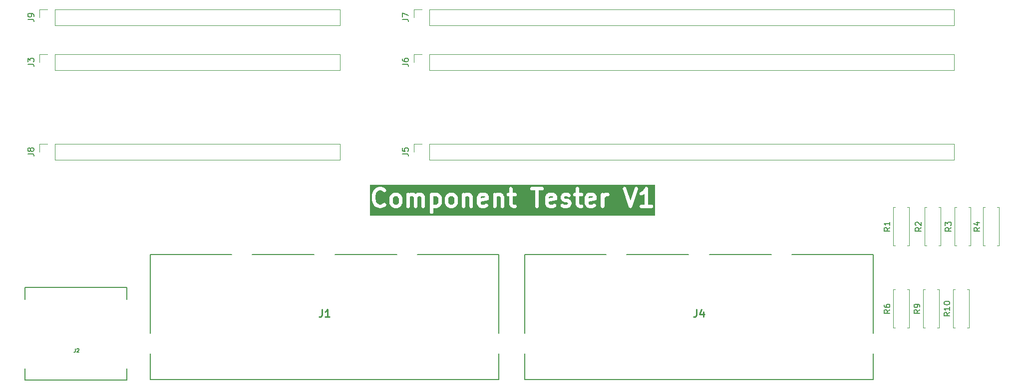
<source format=gto>
%TF.GenerationSoftware,KiCad,Pcbnew,9.0.2*%
%TF.CreationDate,2025-07-06T14:36:24+02:00*%
%TF.ProjectId,HCP65 Component Tester,48435036-3520-4436-9f6d-706f6e656e74,V0*%
%TF.SameCoordinates,Original*%
%TF.FileFunction,Legend,Top*%
%TF.FilePolarity,Positive*%
%FSLAX46Y46*%
G04 Gerber Fmt 4.6, Leading zero omitted, Abs format (unit mm)*
G04 Created by KiCad (PCBNEW 9.0.2) date 2025-07-06 14:36:24*
%MOMM*%
%LPD*%
G01*
G04 APERTURE LIST*
%ADD10C,0.600000*%
%ADD11C,0.254000*%
%ADD12C,0.150000*%
%ADD13C,0.100000*%
%ADD14C,0.200000*%
%ADD15C,0.120000*%
G04 APERTURE END LIST*
D10*
G36*
X66117862Y-30503070D02*
G01*
X66191872Y-30577079D01*
X66281285Y-30755905D01*
X66281285Y-31471408D01*
X66191872Y-31650234D01*
X66117862Y-31724244D01*
X65939036Y-31813657D01*
X65509248Y-31813657D01*
X65452713Y-31785389D01*
X65452713Y-30441924D01*
X65509248Y-30413657D01*
X65939036Y-30413657D01*
X66117862Y-30503070D01*
G37*
G36*
X59403576Y-30503070D02*
G01*
X59477586Y-30577079D01*
X59566999Y-30755905D01*
X59566999Y-31471408D01*
X59477586Y-31650234D01*
X59403576Y-31724244D01*
X59224750Y-31813657D01*
X58937819Y-31813657D01*
X58758992Y-31724244D01*
X58684983Y-31650234D01*
X58595570Y-31471408D01*
X58595570Y-30755905D01*
X58684983Y-30577079D01*
X58758991Y-30503070D01*
X58937819Y-30413657D01*
X59224750Y-30413657D01*
X59403576Y-30503070D01*
G37*
G36*
X68832148Y-30503070D02*
G01*
X68906158Y-30577079D01*
X68995571Y-30755905D01*
X68995571Y-31471408D01*
X68906158Y-31650234D01*
X68832148Y-31724244D01*
X68653322Y-31813657D01*
X68366391Y-31813657D01*
X68187564Y-31724244D01*
X68113555Y-31650234D01*
X68024142Y-31471408D01*
X68024142Y-30755905D01*
X68113555Y-30577079D01*
X68187563Y-30503070D01*
X68366391Y-30413657D01*
X68653322Y-30413657D01*
X68832148Y-30503070D01*
G37*
G36*
X74214821Y-30480120D02*
G01*
X74267173Y-30584823D01*
X73452714Y-30747715D01*
X73452714Y-30613048D01*
X73519177Y-30480120D01*
X73652106Y-30413657D01*
X74081894Y-30413657D01*
X74214821Y-30480120D01*
G37*
G36*
X85786250Y-30480120D02*
G01*
X85838602Y-30584823D01*
X85024143Y-30747715D01*
X85024143Y-30613048D01*
X85090606Y-30480120D01*
X85223535Y-30413657D01*
X85653323Y-30413657D01*
X85786250Y-30480120D01*
G37*
G36*
X92500536Y-30480120D02*
G01*
X92552888Y-30584823D01*
X91738429Y-30747715D01*
X91738429Y-30613048D01*
X91804892Y-30480120D01*
X91937821Y-30413657D01*
X92367609Y-30413657D01*
X92500536Y-30480120D01*
G37*
G36*
X103069196Y-33744423D02*
G01*
X54662237Y-33744423D01*
X54662237Y-30399371D01*
X54995570Y-30399371D01*
X54995570Y-30827942D01*
X54997578Y-30858587D01*
X54997520Y-30862091D01*
X54997971Y-30864581D01*
X54998137Y-30867100D01*
X54999041Y-30870476D01*
X55004527Y-30900703D01*
X55147384Y-31472131D01*
X55153833Y-31492232D01*
X55154883Y-31497363D01*
X55157394Y-31503334D01*
X55159372Y-31509497D01*
X55161911Y-31514072D01*
X55170099Y-31533535D01*
X55312956Y-31819249D01*
X55332764Y-31853125D01*
X55338758Y-31859885D01*
X55343278Y-31867713D01*
X55369152Y-31897217D01*
X55654867Y-32182932D01*
X55667053Y-32193619D01*
X55670438Y-32197436D01*
X55674354Y-32200021D01*
X55684371Y-32208806D01*
X55710560Y-32223926D01*
X55735794Y-32240587D01*
X55748129Y-32245617D01*
X55752194Y-32247964D01*
X55757121Y-32249284D01*
X55772131Y-32255405D01*
X56200701Y-32398262D01*
X56238661Y-32408209D01*
X56247680Y-32408750D01*
X56256412Y-32411090D01*
X56295570Y-32413657D01*
X56581284Y-32413657D01*
X56620442Y-32411090D01*
X56629169Y-32408751D01*
X56638192Y-32408210D01*
X56676152Y-32398262D01*
X57104724Y-32255405D01*
X57119729Y-32249285D01*
X57124662Y-32247964D01*
X57128730Y-32245615D01*
X57141060Y-32240587D01*
X57166292Y-32223928D01*
X57192485Y-32208805D01*
X57202498Y-32200023D01*
X57206416Y-32197437D01*
X57209801Y-32193618D01*
X57221989Y-32182931D01*
X57364846Y-32040073D01*
X57390719Y-32010569D01*
X57429877Y-31942746D01*
X57450146Y-31867099D01*
X57450146Y-31788783D01*
X57429877Y-31713136D01*
X57390718Y-31645313D01*
X57335340Y-31589936D01*
X57267517Y-31550778D01*
X57191870Y-31530509D01*
X57113554Y-31530509D01*
X57037907Y-31550778D01*
X56970084Y-31589937D01*
X56940580Y-31615811D01*
X56847801Y-31708590D01*
X56532601Y-31813657D01*
X56344253Y-31813657D01*
X56029053Y-31708590D01*
X55827840Y-31507377D01*
X55721483Y-31294664D01*
X55595570Y-30791009D01*
X55595570Y-30685085D01*
X57995570Y-30685085D01*
X57995570Y-31542228D01*
X57996630Y-31558405D01*
X57996325Y-31563495D01*
X57997265Y-31568090D01*
X57998137Y-31581386D01*
X58005964Y-31610598D01*
X58012026Y-31640220D01*
X58017190Y-31652498D01*
X58018406Y-31657033D01*
X58020957Y-31661452D01*
X58027242Y-31676392D01*
X58170099Y-31962106D01*
X58189907Y-31995982D01*
X58195903Y-32002744D01*
X58200421Y-32010569D01*
X58226294Y-32040073D01*
X58369151Y-32182931D01*
X58398655Y-32208805D01*
X58406482Y-32213324D01*
X58413244Y-32219320D01*
X58447120Y-32239128D01*
X58732835Y-32381985D01*
X58747774Y-32388269D01*
X58752194Y-32390821D01*
X58756728Y-32392036D01*
X58769007Y-32397201D01*
X58798627Y-32403262D01*
X58827841Y-32411090D01*
X58841137Y-32411961D01*
X58845733Y-32412902D01*
X58850822Y-32412596D01*
X58866999Y-32413657D01*
X59295570Y-32413657D01*
X59311747Y-32412596D01*
X59316837Y-32412902D01*
X59321432Y-32411961D01*
X59334728Y-32411090D01*
X59363940Y-32403262D01*
X59393562Y-32397201D01*
X59405840Y-32392036D01*
X59410375Y-32390821D01*
X59414794Y-32388269D01*
X59429734Y-32381985D01*
X59715448Y-32239128D01*
X59749324Y-32219320D01*
X59756084Y-32213325D01*
X59763912Y-32208806D01*
X59793416Y-32182932D01*
X59936274Y-32040074D01*
X59962148Y-32010570D01*
X59966667Y-32002742D01*
X59972662Y-31995982D01*
X59992470Y-31962106D01*
X60135327Y-31676392D01*
X60141611Y-31661452D01*
X60144163Y-31657033D01*
X60145378Y-31652498D01*
X60150543Y-31640220D01*
X60156604Y-31610598D01*
X60164432Y-31581386D01*
X60165303Y-31568090D01*
X60166244Y-31563495D01*
X60165938Y-31558405D01*
X60166999Y-31542228D01*
X60166999Y-30685085D01*
X60165938Y-30668907D01*
X60166244Y-30663818D01*
X60165303Y-30659222D01*
X60164432Y-30645927D01*
X60156604Y-30616714D01*
X60150543Y-30587093D01*
X60145378Y-30574814D01*
X60144163Y-30570280D01*
X60141611Y-30565860D01*
X60135327Y-30550921D01*
X59992470Y-30265207D01*
X59972662Y-30231331D01*
X59966666Y-30224569D01*
X59962147Y-30216742D01*
X59936273Y-30187238D01*
X59862691Y-30113657D01*
X60852713Y-30113657D01*
X60852713Y-32113657D01*
X60855280Y-32152815D01*
X60875549Y-32228462D01*
X60914707Y-32296285D01*
X60970085Y-32351663D01*
X61037908Y-32390821D01*
X61113555Y-32411090D01*
X61191871Y-32411090D01*
X61267518Y-32390821D01*
X61335341Y-32351663D01*
X61390719Y-32296285D01*
X61429877Y-32228462D01*
X61450146Y-32152815D01*
X61452713Y-32113657D01*
X61452713Y-30523635D01*
X61473277Y-30503070D01*
X61652105Y-30413657D01*
X61939036Y-30413657D01*
X62071963Y-30480120D01*
X62138428Y-30613048D01*
X62138428Y-32113657D01*
X62140995Y-32152815D01*
X62161264Y-32228462D01*
X62200422Y-32296285D01*
X62255800Y-32351663D01*
X62323623Y-32390821D01*
X62399270Y-32411090D01*
X62477586Y-32411090D01*
X62553233Y-32390821D01*
X62621056Y-32351663D01*
X62676434Y-32296285D01*
X62715592Y-32228462D01*
X62735861Y-32152815D01*
X62738428Y-32113657D01*
X62738428Y-30613048D01*
X62804891Y-30480120D01*
X62937819Y-30413657D01*
X63224750Y-30413657D01*
X63357678Y-30480120D01*
X63424142Y-30613048D01*
X63424142Y-32113657D01*
X63426709Y-32152815D01*
X63446978Y-32228462D01*
X63486136Y-32296285D01*
X63541514Y-32351663D01*
X63609337Y-32390821D01*
X63684984Y-32411090D01*
X63763300Y-32411090D01*
X63838947Y-32390821D01*
X63906770Y-32351663D01*
X63962148Y-32296285D01*
X64001306Y-32228462D01*
X64021575Y-32152815D01*
X64024142Y-32113657D01*
X64024142Y-30542228D01*
X64023081Y-30526050D01*
X64023387Y-30520961D01*
X64022446Y-30516365D01*
X64021575Y-30503070D01*
X64013747Y-30473857D01*
X64007686Y-30444236D01*
X64002521Y-30431957D01*
X64001306Y-30427423D01*
X63998754Y-30423003D01*
X63992470Y-30408064D01*
X63849613Y-30122350D01*
X63844530Y-30113657D01*
X64852713Y-30113657D01*
X64852713Y-33113657D01*
X64855280Y-33152815D01*
X64875549Y-33228462D01*
X64914707Y-33296285D01*
X64970085Y-33351663D01*
X65037908Y-33390821D01*
X65113555Y-33411090D01*
X65191871Y-33411090D01*
X65267518Y-33390821D01*
X65335341Y-33351663D01*
X65390719Y-33296285D01*
X65429877Y-33228462D01*
X65450146Y-33152815D01*
X65452713Y-33113657D01*
X65452713Y-32413657D01*
X66009856Y-32413657D01*
X66026033Y-32412596D01*
X66031123Y-32412902D01*
X66035718Y-32411961D01*
X66049014Y-32411090D01*
X66078226Y-32403262D01*
X66107848Y-32397201D01*
X66120126Y-32392036D01*
X66124661Y-32390821D01*
X66129080Y-32388269D01*
X66144020Y-32381985D01*
X66429734Y-32239128D01*
X66463610Y-32219320D01*
X66470370Y-32213325D01*
X66478198Y-32208806D01*
X66507702Y-32182932D01*
X66650560Y-32040074D01*
X66676434Y-32010570D01*
X66680953Y-32002742D01*
X66686948Y-31995982D01*
X66706756Y-31962106D01*
X66849613Y-31676392D01*
X66855897Y-31661452D01*
X66858449Y-31657033D01*
X66859664Y-31652498D01*
X66864829Y-31640220D01*
X66870890Y-31610598D01*
X66878718Y-31581386D01*
X66879589Y-31568090D01*
X66880530Y-31563495D01*
X66880224Y-31558405D01*
X66881285Y-31542228D01*
X66881285Y-30685085D01*
X67424142Y-30685085D01*
X67424142Y-31542228D01*
X67425202Y-31558405D01*
X67424897Y-31563495D01*
X67425837Y-31568090D01*
X67426709Y-31581386D01*
X67434536Y-31610598D01*
X67440598Y-31640220D01*
X67445762Y-31652498D01*
X67446978Y-31657033D01*
X67449529Y-31661452D01*
X67455814Y-31676392D01*
X67598671Y-31962106D01*
X67618479Y-31995982D01*
X67624475Y-32002744D01*
X67628993Y-32010569D01*
X67654866Y-32040073D01*
X67797723Y-32182931D01*
X67827227Y-32208805D01*
X67835054Y-32213324D01*
X67841816Y-32219320D01*
X67875692Y-32239128D01*
X68161407Y-32381985D01*
X68176346Y-32388269D01*
X68180766Y-32390821D01*
X68185300Y-32392036D01*
X68197579Y-32397201D01*
X68227199Y-32403262D01*
X68256413Y-32411090D01*
X68269709Y-32411961D01*
X68274305Y-32412902D01*
X68279394Y-32412596D01*
X68295571Y-32413657D01*
X68724142Y-32413657D01*
X68740319Y-32412596D01*
X68745409Y-32412902D01*
X68750004Y-32411961D01*
X68763300Y-32411090D01*
X68792512Y-32403262D01*
X68822134Y-32397201D01*
X68834412Y-32392036D01*
X68838947Y-32390821D01*
X68843366Y-32388269D01*
X68858306Y-32381985D01*
X69144020Y-32239128D01*
X69177896Y-32219320D01*
X69184656Y-32213325D01*
X69192484Y-32208806D01*
X69221988Y-32182932D01*
X69364846Y-32040074D01*
X69390720Y-32010570D01*
X69395239Y-32002742D01*
X69401234Y-31995982D01*
X69421042Y-31962106D01*
X69563899Y-31676392D01*
X69570183Y-31661452D01*
X69572735Y-31657033D01*
X69573950Y-31652498D01*
X69579115Y-31640220D01*
X69585176Y-31610598D01*
X69593004Y-31581386D01*
X69593875Y-31568090D01*
X69594816Y-31563495D01*
X69594510Y-31558405D01*
X69595571Y-31542228D01*
X69595571Y-30685085D01*
X69594510Y-30668907D01*
X69594816Y-30663818D01*
X69593875Y-30659222D01*
X69593004Y-30645927D01*
X69585176Y-30616714D01*
X69579115Y-30587093D01*
X69573950Y-30574814D01*
X69572735Y-30570280D01*
X69570183Y-30565860D01*
X69563899Y-30550921D01*
X69421042Y-30265207D01*
X69401234Y-30231331D01*
X69395238Y-30224569D01*
X69390719Y-30216742D01*
X69364845Y-30187238D01*
X69291263Y-30113657D01*
X70281285Y-30113657D01*
X70281285Y-32113657D01*
X70283852Y-32152815D01*
X70304121Y-32228462D01*
X70343279Y-32296285D01*
X70398657Y-32351663D01*
X70466480Y-32390821D01*
X70542127Y-32411090D01*
X70620443Y-32411090D01*
X70696090Y-32390821D01*
X70763913Y-32351663D01*
X70819291Y-32296285D01*
X70858449Y-32228462D01*
X70878718Y-32152815D01*
X70881285Y-32113657D01*
X70881285Y-30523635D01*
X70901849Y-30503070D01*
X71080677Y-30413657D01*
X71367608Y-30413657D01*
X71500535Y-30480120D01*
X71567000Y-30613048D01*
X71567000Y-32113657D01*
X71569567Y-32152815D01*
X71589836Y-32228462D01*
X71628994Y-32296285D01*
X71684372Y-32351663D01*
X71752195Y-32390821D01*
X71827842Y-32411090D01*
X71906158Y-32411090D01*
X71981805Y-32390821D01*
X72049628Y-32351663D01*
X72105006Y-32296285D01*
X72144164Y-32228462D01*
X72164433Y-32152815D01*
X72167000Y-32113657D01*
X72167000Y-30542228D01*
X72852714Y-30542228D01*
X72852714Y-31685085D01*
X72853774Y-31701261D01*
X72853469Y-31706351D01*
X72854409Y-31710946D01*
X72855281Y-31724243D01*
X72863108Y-31753456D01*
X72869170Y-31783077D01*
X72874334Y-31795355D01*
X72875550Y-31799890D01*
X72878101Y-31804309D01*
X72884386Y-31819249D01*
X73027243Y-32104964D01*
X73047051Y-32138840D01*
X73059003Y-32152319D01*
X73068935Y-32167361D01*
X73084875Y-32181495D01*
X73099010Y-32197436D01*
X73114051Y-32207367D01*
X73127531Y-32219320D01*
X73161407Y-32239128D01*
X73447122Y-32381985D01*
X73462061Y-32388269D01*
X73466481Y-32390821D01*
X73471015Y-32392036D01*
X73483294Y-32397201D01*
X73512914Y-32403262D01*
X73542128Y-32411090D01*
X73555424Y-32411961D01*
X73560020Y-32412902D01*
X73565109Y-32412596D01*
X73581286Y-32413657D01*
X74152714Y-32413657D01*
X74168891Y-32412596D01*
X74173981Y-32412902D01*
X74178576Y-32411961D01*
X74191872Y-32411090D01*
X74221084Y-32403262D01*
X74250706Y-32397201D01*
X74262984Y-32392036D01*
X74267519Y-32390821D01*
X74271938Y-32388269D01*
X74286878Y-32381985D01*
X74572592Y-32239128D01*
X74606468Y-32219320D01*
X74665064Y-32167361D01*
X74708215Y-32102005D01*
X74732981Y-32027708D01*
X74737673Y-31949533D01*
X74721972Y-31872808D01*
X74686948Y-31802760D01*
X74634989Y-31744164D01*
X74569633Y-31701013D01*
X74495336Y-31676247D01*
X74417161Y-31671555D01*
X74340436Y-31687256D01*
X74304264Y-31702472D01*
X74081894Y-31813657D01*
X73652106Y-31813657D01*
X73519177Y-31747193D01*
X73452714Y-31614265D01*
X73452714Y-31359597D01*
X74640121Y-31122116D01*
X74678015Y-31111920D01*
X74686715Y-31107618D01*
X74696091Y-31105106D01*
X74721700Y-31090320D01*
X74748218Y-31077209D01*
X74755511Y-31070799D01*
X74763914Y-31065948D01*
X74784824Y-31045037D01*
X74807044Y-31025510D01*
X74812428Y-31017434D01*
X74819292Y-31010570D01*
X74834082Y-30984951D01*
X74850486Y-30960347D01*
X74853595Y-30951155D01*
X74858450Y-30942747D01*
X74866106Y-30914170D01*
X74875582Y-30886161D01*
X74876206Y-30876476D01*
X74878719Y-30867100D01*
X74881286Y-30827942D01*
X74881286Y-30542228D01*
X74880225Y-30526050D01*
X74880531Y-30520960D01*
X74879590Y-30516364D01*
X74878719Y-30503070D01*
X74870892Y-30473860D01*
X74864830Y-30444235D01*
X74859664Y-30431954D01*
X74858450Y-30427423D01*
X74855900Y-30423006D01*
X74849614Y-30408063D01*
X74706756Y-30122349D01*
X74701674Y-30113657D01*
X75567000Y-30113657D01*
X75567000Y-32113657D01*
X75569567Y-32152815D01*
X75589836Y-32228462D01*
X75628994Y-32296285D01*
X75684372Y-32351663D01*
X75752195Y-32390821D01*
X75827842Y-32411090D01*
X75906158Y-32411090D01*
X75981805Y-32390821D01*
X76049628Y-32351663D01*
X76105006Y-32296285D01*
X76144164Y-32228462D01*
X76164433Y-32152815D01*
X76167000Y-32113657D01*
X76167000Y-30523635D01*
X76187564Y-30503070D01*
X76366392Y-30413657D01*
X76653323Y-30413657D01*
X76786250Y-30480120D01*
X76852715Y-30613048D01*
X76852715Y-32113657D01*
X76855282Y-32152815D01*
X76875551Y-32228462D01*
X76914709Y-32296285D01*
X76970087Y-32351663D01*
X77037910Y-32390821D01*
X77113557Y-32411090D01*
X77191873Y-32411090D01*
X77267520Y-32390821D01*
X77335343Y-32351663D01*
X77390721Y-32296285D01*
X77429879Y-32228462D01*
X77450148Y-32152815D01*
X77452715Y-32113657D01*
X77452715Y-30542228D01*
X77451654Y-30526050D01*
X77451960Y-30520960D01*
X77451019Y-30516364D01*
X77450148Y-30503070D01*
X77442321Y-30473860D01*
X77436259Y-30444235D01*
X77431093Y-30431954D01*
X77429879Y-30427423D01*
X77427329Y-30423006D01*
X77421043Y-30408063D01*
X77278185Y-30122349D01*
X77258377Y-30088473D01*
X77246421Y-30074990D01*
X77246097Y-30074499D01*
X77855282Y-30074499D01*
X77855282Y-30152815D01*
X77875551Y-30228462D01*
X77914709Y-30296285D01*
X77970087Y-30351663D01*
X78037910Y-30390821D01*
X78113557Y-30411090D01*
X78152715Y-30413657D01*
X78281286Y-30413657D01*
X78281286Y-31685085D01*
X78282346Y-31701261D01*
X78282041Y-31706351D01*
X78282981Y-31710946D01*
X78283853Y-31724243D01*
X78291680Y-31753456D01*
X78297742Y-31783077D01*
X78302906Y-31795355D01*
X78304122Y-31799890D01*
X78306673Y-31804309D01*
X78312958Y-31819249D01*
X78455815Y-32104964D01*
X78475623Y-32138840D01*
X78487575Y-32152319D01*
X78497507Y-32167361D01*
X78513447Y-32181495D01*
X78527582Y-32197436D01*
X78542623Y-32207367D01*
X78556103Y-32219320D01*
X78589979Y-32239128D01*
X78875694Y-32381985D01*
X78890633Y-32388269D01*
X78895053Y-32390821D01*
X78899587Y-32392036D01*
X78911866Y-32397201D01*
X78941486Y-32403262D01*
X78970700Y-32411090D01*
X78983996Y-32411961D01*
X78988592Y-32412902D01*
X78993681Y-32412596D01*
X79009858Y-32413657D01*
X79295572Y-32413657D01*
X79334730Y-32411090D01*
X79410377Y-32390821D01*
X79478200Y-32351663D01*
X79533578Y-32296285D01*
X79572736Y-32228462D01*
X79593005Y-32152815D01*
X79593005Y-32074499D01*
X79572736Y-31998852D01*
X79533578Y-31931029D01*
X79478200Y-31875651D01*
X79410377Y-31836493D01*
X79334730Y-31816224D01*
X79295572Y-31813657D01*
X79080678Y-31813657D01*
X78947749Y-31747193D01*
X78881286Y-31614265D01*
X78881286Y-30413657D01*
X79295572Y-30413657D01*
X79334730Y-30411090D01*
X79410377Y-30390821D01*
X79478200Y-30351663D01*
X79533578Y-30296285D01*
X79572736Y-30228462D01*
X79593005Y-30152815D01*
X79593005Y-30074499D01*
X79572736Y-29998852D01*
X79533578Y-29931029D01*
X79478200Y-29875651D01*
X79410377Y-29836493D01*
X79334730Y-29816224D01*
X79295572Y-29813657D01*
X78881286Y-29813657D01*
X78881286Y-29113657D01*
X78878719Y-29074499D01*
X81855282Y-29074499D01*
X81855282Y-29152815D01*
X81875551Y-29228462D01*
X81914709Y-29296285D01*
X81970087Y-29351663D01*
X82037910Y-29390821D01*
X82113557Y-29411090D01*
X82152715Y-29413657D01*
X82709858Y-29413657D01*
X82709858Y-32113657D01*
X82712425Y-32152815D01*
X82732694Y-32228462D01*
X82771852Y-32296285D01*
X82827230Y-32351663D01*
X82895053Y-32390821D01*
X82970700Y-32411090D01*
X83049016Y-32411090D01*
X83124663Y-32390821D01*
X83192486Y-32351663D01*
X83247864Y-32296285D01*
X83287022Y-32228462D01*
X83307291Y-32152815D01*
X83309858Y-32113657D01*
X83309858Y-30542228D01*
X84424143Y-30542228D01*
X84424143Y-31685085D01*
X84425203Y-31701261D01*
X84424898Y-31706351D01*
X84425838Y-31710946D01*
X84426710Y-31724243D01*
X84434537Y-31753456D01*
X84440599Y-31783077D01*
X84445763Y-31795355D01*
X84446979Y-31799890D01*
X84449530Y-31804309D01*
X84455815Y-31819249D01*
X84598672Y-32104964D01*
X84618480Y-32138840D01*
X84630432Y-32152319D01*
X84640364Y-32167361D01*
X84656304Y-32181495D01*
X84670439Y-32197436D01*
X84685480Y-32207367D01*
X84698960Y-32219320D01*
X84732836Y-32239128D01*
X85018551Y-32381985D01*
X85033490Y-32388269D01*
X85037910Y-32390821D01*
X85042444Y-32392036D01*
X85054723Y-32397201D01*
X85084343Y-32403262D01*
X85113557Y-32411090D01*
X85126853Y-32411961D01*
X85131449Y-32412902D01*
X85136538Y-32412596D01*
X85152715Y-32413657D01*
X85724143Y-32413657D01*
X85740320Y-32412596D01*
X85745410Y-32412902D01*
X85750005Y-32411961D01*
X85763301Y-32411090D01*
X85792513Y-32403262D01*
X85822135Y-32397201D01*
X85834413Y-32392036D01*
X85838948Y-32390821D01*
X85843367Y-32388269D01*
X85858307Y-32381985D01*
X86144021Y-32239128D01*
X86177897Y-32219320D01*
X86236493Y-32167361D01*
X86279644Y-32102005D01*
X86304410Y-32027708D01*
X86309102Y-31949533D01*
X86293401Y-31872808D01*
X86258377Y-31802760D01*
X86206418Y-31744164D01*
X86141062Y-31701013D01*
X86066765Y-31676247D01*
X85988590Y-31671555D01*
X85911865Y-31687256D01*
X85875693Y-31702472D01*
X85653323Y-31813657D01*
X85223535Y-31813657D01*
X85090606Y-31747193D01*
X85024143Y-31614265D01*
X85024143Y-31359597D01*
X86211550Y-31122116D01*
X86249444Y-31111920D01*
X86258144Y-31107618D01*
X86267520Y-31105106D01*
X86293129Y-31090320D01*
X86319647Y-31077209D01*
X86326940Y-31070799D01*
X86335343Y-31065948D01*
X86356253Y-31045037D01*
X86378473Y-31025510D01*
X86383857Y-31017434D01*
X86390721Y-31010570D01*
X86405511Y-30984951D01*
X86421915Y-30960347D01*
X86425024Y-30951155D01*
X86429879Y-30942747D01*
X86437535Y-30914170D01*
X86447011Y-30886161D01*
X86447635Y-30876476D01*
X86450148Y-30867100D01*
X86452715Y-30827942D01*
X86452715Y-30542228D01*
X86995572Y-30542228D01*
X86995572Y-30685085D01*
X86996632Y-30701261D01*
X86996327Y-30706351D01*
X86997267Y-30710946D01*
X86998139Y-30724243D01*
X87005966Y-30753456D01*
X87012028Y-30783077D01*
X87017192Y-30795355D01*
X87018408Y-30799890D01*
X87020959Y-30804309D01*
X87027244Y-30819249D01*
X87170101Y-31104964D01*
X87189909Y-31138840D01*
X87201861Y-31152319D01*
X87211793Y-31167361D01*
X87227733Y-31181495D01*
X87241868Y-31197436D01*
X87256909Y-31207367D01*
X87270389Y-31219320D01*
X87304265Y-31239128D01*
X87589980Y-31381985D01*
X87604919Y-31388269D01*
X87609339Y-31390821D01*
X87613873Y-31392036D01*
X87626152Y-31397201D01*
X87655772Y-31403262D01*
X87684986Y-31411090D01*
X87698282Y-31411961D01*
X87702878Y-31412902D01*
X87707967Y-31412596D01*
X87724144Y-31413657D01*
X88081895Y-31413657D01*
X88214822Y-31480120D01*
X88281286Y-31613048D01*
X88281286Y-31614265D01*
X88214822Y-31747193D01*
X88081895Y-31813657D01*
X87652106Y-31813657D01*
X87429736Y-31702472D01*
X87393564Y-31687256D01*
X87316839Y-31671555D01*
X87238664Y-31676247D01*
X87164367Y-31701013D01*
X87099011Y-31744164D01*
X87047052Y-31802760D01*
X87012028Y-31872808D01*
X86996327Y-31949533D01*
X87001019Y-32027708D01*
X87025785Y-32102005D01*
X87068936Y-32167361D01*
X87127532Y-32219320D01*
X87161408Y-32239128D01*
X87447122Y-32381985D01*
X87462061Y-32388269D01*
X87466481Y-32390821D01*
X87471015Y-32392036D01*
X87483294Y-32397201D01*
X87512915Y-32403262D01*
X87542128Y-32411090D01*
X87555423Y-32411961D01*
X87560019Y-32412902D01*
X87565108Y-32412596D01*
X87581286Y-32413657D01*
X88152715Y-32413657D01*
X88168892Y-32412596D01*
X88173982Y-32412902D01*
X88178577Y-32411961D01*
X88191873Y-32411090D01*
X88221085Y-32403262D01*
X88250707Y-32397201D01*
X88262985Y-32392036D01*
X88267520Y-32390821D01*
X88271939Y-32388269D01*
X88286879Y-32381985D01*
X88572593Y-32239128D01*
X88606469Y-32219320D01*
X88619948Y-32207367D01*
X88634990Y-32197436D01*
X88649124Y-32181495D01*
X88665065Y-32167361D01*
X88674995Y-32152320D01*
X88686949Y-32138840D01*
X88706757Y-32104964D01*
X88849614Y-31819249D01*
X88855898Y-31804309D01*
X88858450Y-31799890D01*
X88859665Y-31795355D01*
X88864830Y-31783077D01*
X88870891Y-31753456D01*
X88878719Y-31724243D01*
X88879590Y-31710946D01*
X88880531Y-31706351D01*
X88880225Y-31701261D01*
X88881286Y-31685085D01*
X88881286Y-31542228D01*
X88880225Y-31526050D01*
X88880531Y-31520961D01*
X88879590Y-31516365D01*
X88878719Y-31503070D01*
X88870891Y-31473857D01*
X88864830Y-31444236D01*
X88859665Y-31431957D01*
X88858450Y-31427423D01*
X88855898Y-31423003D01*
X88849614Y-31408064D01*
X88706757Y-31122350D01*
X88686949Y-31088474D01*
X88674995Y-31074993D01*
X88665065Y-31059953D01*
X88649124Y-31045818D01*
X88634990Y-31029878D01*
X88619949Y-31019947D01*
X88606469Y-31007994D01*
X88572593Y-30988186D01*
X88286879Y-30845329D01*
X88271939Y-30839044D01*
X88267520Y-30836493D01*
X88262985Y-30835277D01*
X88250707Y-30830113D01*
X88221085Y-30824051D01*
X88191873Y-30816224D01*
X88178577Y-30815352D01*
X88173982Y-30814412D01*
X88168892Y-30814717D01*
X88152715Y-30813657D01*
X87794964Y-30813657D01*
X87662035Y-30747193D01*
X87595572Y-30614265D01*
X87595572Y-30613048D01*
X87662035Y-30480120D01*
X87794964Y-30413657D01*
X88081895Y-30413657D01*
X88304265Y-30524842D01*
X88340437Y-30540058D01*
X88417162Y-30555759D01*
X88495337Y-30551067D01*
X88569634Y-30526301D01*
X88634990Y-30483150D01*
X88686949Y-30424554D01*
X88721973Y-30354506D01*
X88737674Y-30277781D01*
X88732982Y-30199606D01*
X88708216Y-30125309D01*
X88674669Y-30074499D01*
X89140996Y-30074499D01*
X89140996Y-30152815D01*
X89161265Y-30228462D01*
X89200423Y-30296285D01*
X89255801Y-30351663D01*
X89323624Y-30390821D01*
X89399271Y-30411090D01*
X89438429Y-30413657D01*
X89567000Y-30413657D01*
X89567000Y-31685085D01*
X89568060Y-31701261D01*
X89567755Y-31706351D01*
X89568695Y-31710946D01*
X89569567Y-31724243D01*
X89577394Y-31753456D01*
X89583456Y-31783077D01*
X89588620Y-31795355D01*
X89589836Y-31799890D01*
X89592387Y-31804309D01*
X89598672Y-31819249D01*
X89741529Y-32104964D01*
X89761337Y-32138840D01*
X89773289Y-32152319D01*
X89783221Y-32167361D01*
X89799161Y-32181495D01*
X89813296Y-32197436D01*
X89828337Y-32207367D01*
X89841817Y-32219320D01*
X89875693Y-32239128D01*
X90161408Y-32381985D01*
X90176347Y-32388269D01*
X90180767Y-32390821D01*
X90185301Y-32392036D01*
X90197580Y-32397201D01*
X90227200Y-32403262D01*
X90256414Y-32411090D01*
X90269710Y-32411961D01*
X90274306Y-32412902D01*
X90279395Y-32412596D01*
X90295572Y-32413657D01*
X90581286Y-32413657D01*
X90620444Y-32411090D01*
X90696091Y-32390821D01*
X90763914Y-32351663D01*
X90819292Y-32296285D01*
X90858450Y-32228462D01*
X90878719Y-32152815D01*
X90878719Y-32074499D01*
X90858450Y-31998852D01*
X90819292Y-31931029D01*
X90763914Y-31875651D01*
X90696091Y-31836493D01*
X90620444Y-31816224D01*
X90581286Y-31813657D01*
X90366392Y-31813657D01*
X90233463Y-31747193D01*
X90167000Y-31614265D01*
X90167000Y-30542228D01*
X91138429Y-30542228D01*
X91138429Y-31685085D01*
X91139489Y-31701261D01*
X91139184Y-31706351D01*
X91140124Y-31710946D01*
X91140996Y-31724243D01*
X91148823Y-31753456D01*
X91154885Y-31783077D01*
X91160049Y-31795355D01*
X91161265Y-31799890D01*
X91163816Y-31804309D01*
X91170101Y-31819249D01*
X91312958Y-32104964D01*
X91332766Y-32138840D01*
X91344718Y-32152319D01*
X91354650Y-32167361D01*
X91370590Y-32181495D01*
X91384725Y-32197436D01*
X91399766Y-32207367D01*
X91413246Y-32219320D01*
X91447122Y-32239128D01*
X91732837Y-32381985D01*
X91747776Y-32388269D01*
X91752196Y-32390821D01*
X91756730Y-32392036D01*
X91769009Y-32397201D01*
X91798629Y-32403262D01*
X91827843Y-32411090D01*
X91841139Y-32411961D01*
X91845735Y-32412902D01*
X91850824Y-32412596D01*
X91867001Y-32413657D01*
X92438429Y-32413657D01*
X92454606Y-32412596D01*
X92459696Y-32412902D01*
X92464291Y-32411961D01*
X92477587Y-32411090D01*
X92506799Y-32403262D01*
X92536421Y-32397201D01*
X92548699Y-32392036D01*
X92553234Y-32390821D01*
X92557653Y-32388269D01*
X92572593Y-32381985D01*
X92858307Y-32239128D01*
X92892183Y-32219320D01*
X92950779Y-32167361D01*
X92993930Y-32102005D01*
X93018696Y-32027708D01*
X93023388Y-31949533D01*
X93007687Y-31872808D01*
X92972663Y-31802760D01*
X92920704Y-31744164D01*
X92855348Y-31701013D01*
X92781051Y-31676247D01*
X92702876Y-31671555D01*
X92626151Y-31687256D01*
X92589979Y-31702472D01*
X92367609Y-31813657D01*
X91937821Y-31813657D01*
X91804892Y-31747193D01*
X91738429Y-31614265D01*
X91738429Y-31359597D01*
X92925836Y-31122116D01*
X92963730Y-31111920D01*
X92972430Y-31107618D01*
X92981806Y-31105106D01*
X93007415Y-31090320D01*
X93033933Y-31077209D01*
X93041226Y-31070799D01*
X93049629Y-31065948D01*
X93070539Y-31045037D01*
X93092759Y-31025510D01*
X93098143Y-31017434D01*
X93105007Y-31010570D01*
X93119797Y-30984951D01*
X93136201Y-30960347D01*
X93139310Y-30951155D01*
X93144165Y-30942747D01*
X93151821Y-30914170D01*
X93161297Y-30886161D01*
X93161921Y-30876476D01*
X93164434Y-30867100D01*
X93167001Y-30827942D01*
X93167001Y-30542228D01*
X93165940Y-30526050D01*
X93166246Y-30520960D01*
X93165305Y-30516364D01*
X93164434Y-30503070D01*
X93156607Y-30473860D01*
X93150545Y-30444235D01*
X93145379Y-30431954D01*
X93144165Y-30427423D01*
X93141615Y-30423006D01*
X93135329Y-30408063D01*
X92992471Y-30122349D01*
X92987389Y-30113657D01*
X93852715Y-30113657D01*
X93852715Y-32113657D01*
X93855282Y-32152815D01*
X93875551Y-32228462D01*
X93914709Y-32296285D01*
X93970087Y-32351663D01*
X94037910Y-32390821D01*
X94113557Y-32411090D01*
X94191873Y-32411090D01*
X94267520Y-32390821D01*
X94335343Y-32351663D01*
X94390721Y-32296285D01*
X94429879Y-32228462D01*
X94450148Y-32152815D01*
X94452715Y-32113657D01*
X94452715Y-30755905D01*
X94542127Y-30577079D01*
X94616137Y-30503070D01*
X94794964Y-30413657D01*
X95009858Y-30413657D01*
X95049016Y-30411090D01*
X95124663Y-30390821D01*
X95192486Y-30351663D01*
X95247864Y-30296285D01*
X95287022Y-30228462D01*
X95307291Y-30152815D01*
X95307291Y-30074499D01*
X95287022Y-29998852D01*
X95247864Y-29931029D01*
X95192486Y-29875651D01*
X95124663Y-29836493D01*
X95049016Y-29816224D01*
X95009858Y-29813657D01*
X94724144Y-29813657D01*
X94707966Y-29814717D01*
X94702877Y-29814412D01*
X94698281Y-29815352D01*
X94684986Y-29816224D01*
X94655773Y-29824051D01*
X94626152Y-29830113D01*
X94613873Y-29835277D01*
X94609339Y-29836493D01*
X94604919Y-29839044D01*
X94589980Y-29845329D01*
X94396961Y-29941838D01*
X94390721Y-29931029D01*
X94335343Y-29875651D01*
X94267520Y-29836493D01*
X94191873Y-29816224D01*
X94113557Y-29816224D01*
X94037910Y-29836493D01*
X93970087Y-29875651D01*
X93914709Y-29931029D01*
X93875551Y-29998852D01*
X93855282Y-30074499D01*
X93852715Y-30113657D01*
X92987389Y-30113657D01*
X92972663Y-30088473D01*
X92960707Y-30074990D01*
X92950779Y-30059953D01*
X92934839Y-30045818D01*
X92920703Y-30029877D01*
X92905662Y-30019946D01*
X92892183Y-30007994D01*
X92858307Y-29988186D01*
X92572593Y-29845329D01*
X92557653Y-29839044D01*
X92553234Y-29836493D01*
X92548699Y-29835277D01*
X92536421Y-29830113D01*
X92506799Y-29824051D01*
X92477587Y-29816224D01*
X92464291Y-29815352D01*
X92459696Y-29814412D01*
X92454606Y-29814717D01*
X92438429Y-29813657D01*
X91867001Y-29813657D01*
X91850824Y-29814717D01*
X91845735Y-29814412D01*
X91841139Y-29815352D01*
X91827843Y-29816224D01*
X91798629Y-29824051D01*
X91769009Y-29830113D01*
X91756730Y-29835277D01*
X91752196Y-29836493D01*
X91747776Y-29839044D01*
X91732837Y-29845329D01*
X91447122Y-29988186D01*
X91413246Y-30007994D01*
X91399765Y-30019947D01*
X91384725Y-30029878D01*
X91370590Y-30045818D01*
X91354650Y-30059953D01*
X91344718Y-30074994D01*
X91332766Y-30088474D01*
X91312958Y-30122350D01*
X91170101Y-30408064D01*
X91163816Y-30423003D01*
X91161265Y-30427423D01*
X91160049Y-30431957D01*
X91154885Y-30444236D01*
X91148823Y-30473857D01*
X91140996Y-30503070D01*
X91140124Y-30516365D01*
X91139184Y-30520961D01*
X91139489Y-30526050D01*
X91138429Y-30542228D01*
X90167000Y-30542228D01*
X90167000Y-30413657D01*
X90581286Y-30413657D01*
X90620444Y-30411090D01*
X90696091Y-30390821D01*
X90763914Y-30351663D01*
X90819292Y-30296285D01*
X90858450Y-30228462D01*
X90878719Y-30152815D01*
X90878719Y-30074499D01*
X90858450Y-29998852D01*
X90819292Y-29931029D01*
X90763914Y-29875651D01*
X90696091Y-29836493D01*
X90620444Y-29816224D01*
X90581286Y-29813657D01*
X90167000Y-29813657D01*
X90167000Y-29113657D01*
X90165606Y-29092390D01*
X97567756Y-29092390D01*
X97572448Y-29170565D01*
X97582396Y-29208525D01*
X98582396Y-32208526D01*
X98583242Y-32210602D01*
X98583457Y-32211649D01*
X98584609Y-32213954D01*
X98597214Y-32244862D01*
X98608954Y-32262644D01*
X98618481Y-32281697D01*
X98630434Y-32295177D01*
X98640365Y-32310218D01*
X98656306Y-32324354D01*
X98670440Y-32340293D01*
X98685477Y-32350221D01*
X98698961Y-32362178D01*
X98718020Y-32371707D01*
X98735796Y-32383444D01*
X98752887Y-32389141D01*
X98769009Y-32397202D01*
X98789886Y-32401474D01*
X98810093Y-32408210D01*
X98828075Y-32409289D01*
X98845734Y-32412903D01*
X98867007Y-32411625D01*
X98888268Y-32412902D01*
X98905918Y-32409290D01*
X98923909Y-32408210D01*
X98944123Y-32401471D01*
X98964993Y-32397201D01*
X98981108Y-32389143D01*
X98998206Y-32383444D01*
X99015989Y-32371702D01*
X99035041Y-32362177D01*
X99048517Y-32350226D01*
X99063562Y-32340294D01*
X99077700Y-32324349D01*
X99093637Y-32310218D01*
X99103564Y-32295181D01*
X99115521Y-32281698D01*
X99125048Y-32262641D01*
X99136788Y-32244862D01*
X99149390Y-32213958D01*
X99150545Y-32211649D01*
X99150759Y-32210600D01*
X99151606Y-32208525D01*
X99890425Y-29992068D01*
X100424899Y-29992068D01*
X100440600Y-30068793D01*
X100475624Y-30138841D01*
X100527584Y-30197437D01*
X100592939Y-30240587D01*
X100667237Y-30265353D01*
X100745412Y-30270045D01*
X100822137Y-30254344D01*
X100858309Y-30239128D01*
X101144022Y-30096270D01*
X101177898Y-30076462D01*
X101184658Y-30070467D01*
X101192486Y-30065948D01*
X101221990Y-30040074D01*
X101281287Y-29980777D01*
X101281287Y-31813657D01*
X100724144Y-31813657D01*
X100684986Y-31816224D01*
X100609339Y-31836493D01*
X100541516Y-31875651D01*
X100486138Y-31931029D01*
X100446980Y-31998852D01*
X100426711Y-32074499D01*
X100426711Y-32152815D01*
X100446980Y-32228462D01*
X100486138Y-32296285D01*
X100541516Y-32351663D01*
X100609339Y-32390821D01*
X100684986Y-32411090D01*
X100724144Y-32413657D01*
X102438430Y-32413657D01*
X102477588Y-32411090D01*
X102553235Y-32390821D01*
X102621058Y-32351663D01*
X102676436Y-32296285D01*
X102715594Y-32228462D01*
X102735863Y-32152815D01*
X102735863Y-32074499D01*
X102715594Y-31998852D01*
X102676436Y-31931029D01*
X102621058Y-31875651D01*
X102553235Y-31836493D01*
X102477588Y-31816224D01*
X102438430Y-31813657D01*
X101881287Y-31813657D01*
X101881287Y-29113657D01*
X101880304Y-29098673D01*
X101880624Y-29093723D01*
X101879666Y-29088934D01*
X101878720Y-29074499D01*
X101871066Y-29045933D01*
X101865265Y-29016928D01*
X101860963Y-29008227D01*
X101858451Y-28998852D01*
X101843661Y-28973235D01*
X101830553Y-28946725D01*
X101824146Y-28939435D01*
X101819293Y-28931029D01*
X101798374Y-28910110D01*
X101778854Y-28887899D01*
X101770780Y-28882516D01*
X101763915Y-28875651D01*
X101738293Y-28860858D01*
X101713692Y-28844457D01*
X101704499Y-28841347D01*
X101696092Y-28836493D01*
X101667523Y-28828838D01*
X101639506Y-28819360D01*
X101629817Y-28818735D01*
X101620445Y-28816224D01*
X101590877Y-28816224D01*
X101561353Y-28814320D01*
X101551834Y-28816224D01*
X101542129Y-28816224D01*
X101513554Y-28823880D01*
X101484558Y-28829680D01*
X101475861Y-28833979D01*
X101466482Y-28836493D01*
X101440860Y-28851285D01*
X101414355Y-28864391D01*
X101407065Y-28870797D01*
X101398659Y-28875651D01*
X101377740Y-28896569D01*
X101355529Y-28916090D01*
X101346734Y-28927575D01*
X101343281Y-28931029D01*
X101340800Y-28935325D01*
X101331672Y-28947247D01*
X101062436Y-29351100D01*
X100832150Y-29581385D01*
X100589979Y-29702472D01*
X100556103Y-29722280D01*
X100497507Y-29774240D01*
X100454357Y-29839595D01*
X100429591Y-29913893D01*
X100424899Y-29992068D01*
X99890425Y-29992068D01*
X100151606Y-29208525D01*
X100161554Y-29170565D01*
X100166246Y-29092390D01*
X100150545Y-29015665D01*
X100115521Y-28945616D01*
X100063562Y-28887020D01*
X99998206Y-28843870D01*
X99923909Y-28819104D01*
X99845734Y-28814411D01*
X99769009Y-28830112D01*
X99698961Y-28865136D01*
X99640365Y-28917096D01*
X99597214Y-28982452D01*
X99582396Y-29018788D01*
X98867000Y-31164973D01*
X98151606Y-29018789D01*
X98136788Y-28982452D01*
X98093637Y-28917096D01*
X98035041Y-28865137D01*
X97964993Y-28830113D01*
X97888268Y-28814412D01*
X97810093Y-28819104D01*
X97735796Y-28843870D01*
X97670440Y-28887021D01*
X97618481Y-28945617D01*
X97583457Y-29015665D01*
X97567756Y-29092390D01*
X90165606Y-29092390D01*
X90164433Y-29074499D01*
X90144164Y-28998852D01*
X90105006Y-28931029D01*
X90049628Y-28875651D01*
X89981805Y-28836493D01*
X89906158Y-28816224D01*
X89827842Y-28816224D01*
X89752195Y-28836493D01*
X89684372Y-28875651D01*
X89628994Y-28931029D01*
X89589836Y-28998852D01*
X89569567Y-29074499D01*
X89567000Y-29113657D01*
X89567000Y-29813657D01*
X89438429Y-29813657D01*
X89399271Y-29816224D01*
X89323624Y-29836493D01*
X89255801Y-29875651D01*
X89200423Y-29931029D01*
X89161265Y-29998852D01*
X89140996Y-30074499D01*
X88674669Y-30074499D01*
X88665065Y-30059953D01*
X88606469Y-30007994D01*
X88572593Y-29988186D01*
X88286879Y-29845329D01*
X88271939Y-29839044D01*
X88267520Y-29836493D01*
X88262985Y-29835277D01*
X88250707Y-29830113D01*
X88221085Y-29824051D01*
X88191873Y-29816224D01*
X88178577Y-29815352D01*
X88173982Y-29814412D01*
X88168892Y-29814717D01*
X88152715Y-29813657D01*
X87724144Y-29813657D01*
X87707967Y-29814717D01*
X87702878Y-29814412D01*
X87698282Y-29815352D01*
X87684986Y-29816224D01*
X87655772Y-29824051D01*
X87626152Y-29830113D01*
X87613873Y-29835277D01*
X87609339Y-29836493D01*
X87604919Y-29839044D01*
X87589980Y-29845329D01*
X87304265Y-29988186D01*
X87270389Y-30007994D01*
X87256908Y-30019947D01*
X87241868Y-30029878D01*
X87227733Y-30045818D01*
X87211793Y-30059953D01*
X87201861Y-30074994D01*
X87189909Y-30088474D01*
X87170101Y-30122350D01*
X87027244Y-30408064D01*
X87020959Y-30423003D01*
X87018408Y-30427423D01*
X87017192Y-30431957D01*
X87012028Y-30444236D01*
X87005966Y-30473857D01*
X86998139Y-30503070D01*
X86997267Y-30516365D01*
X86996327Y-30520961D01*
X86996632Y-30526050D01*
X86995572Y-30542228D01*
X86452715Y-30542228D01*
X86451654Y-30526050D01*
X86451960Y-30520960D01*
X86451019Y-30516364D01*
X86450148Y-30503070D01*
X86442321Y-30473860D01*
X86436259Y-30444235D01*
X86431093Y-30431954D01*
X86429879Y-30427423D01*
X86427329Y-30423006D01*
X86421043Y-30408063D01*
X86278185Y-30122349D01*
X86258377Y-30088473D01*
X86246421Y-30074990D01*
X86236493Y-30059953D01*
X86220553Y-30045818D01*
X86206417Y-30029877D01*
X86191376Y-30019946D01*
X86177897Y-30007994D01*
X86144021Y-29988186D01*
X85858307Y-29845329D01*
X85843367Y-29839044D01*
X85838948Y-29836493D01*
X85834413Y-29835277D01*
X85822135Y-29830113D01*
X85792513Y-29824051D01*
X85763301Y-29816224D01*
X85750005Y-29815352D01*
X85745410Y-29814412D01*
X85740320Y-29814717D01*
X85724143Y-29813657D01*
X85152715Y-29813657D01*
X85136538Y-29814717D01*
X85131449Y-29814412D01*
X85126853Y-29815352D01*
X85113557Y-29816224D01*
X85084343Y-29824051D01*
X85054723Y-29830113D01*
X85042444Y-29835277D01*
X85037910Y-29836493D01*
X85033490Y-29839044D01*
X85018551Y-29845329D01*
X84732836Y-29988186D01*
X84698960Y-30007994D01*
X84685479Y-30019947D01*
X84670439Y-30029878D01*
X84656304Y-30045818D01*
X84640364Y-30059953D01*
X84630432Y-30074994D01*
X84618480Y-30088474D01*
X84598672Y-30122350D01*
X84455815Y-30408064D01*
X84449530Y-30423003D01*
X84446979Y-30427423D01*
X84445763Y-30431957D01*
X84440599Y-30444236D01*
X84434537Y-30473857D01*
X84426710Y-30503070D01*
X84425838Y-30516365D01*
X84424898Y-30520961D01*
X84425203Y-30526050D01*
X84424143Y-30542228D01*
X83309858Y-30542228D01*
X83309858Y-29413657D01*
X83867001Y-29413657D01*
X83906159Y-29411090D01*
X83981806Y-29390821D01*
X84049629Y-29351663D01*
X84105007Y-29296285D01*
X84144165Y-29228462D01*
X84164434Y-29152815D01*
X84164434Y-29074499D01*
X84144165Y-28998852D01*
X84105007Y-28931029D01*
X84049629Y-28875651D01*
X83981806Y-28836493D01*
X83906159Y-28816224D01*
X83867001Y-28813657D01*
X82152715Y-28813657D01*
X82113557Y-28816224D01*
X82037910Y-28836493D01*
X81970087Y-28875651D01*
X81914709Y-28931029D01*
X81875551Y-28998852D01*
X81855282Y-29074499D01*
X78878719Y-29074499D01*
X78858450Y-28998852D01*
X78819292Y-28931029D01*
X78763914Y-28875651D01*
X78696091Y-28836493D01*
X78620444Y-28816224D01*
X78542128Y-28816224D01*
X78466481Y-28836493D01*
X78398658Y-28875651D01*
X78343280Y-28931029D01*
X78304122Y-28998852D01*
X78283853Y-29074499D01*
X78281286Y-29113657D01*
X78281286Y-29813657D01*
X78152715Y-29813657D01*
X78113557Y-29816224D01*
X78037910Y-29836493D01*
X77970087Y-29875651D01*
X77914709Y-29931029D01*
X77875551Y-29998852D01*
X77855282Y-30074499D01*
X77246097Y-30074499D01*
X77236493Y-30059953D01*
X77220553Y-30045818D01*
X77206417Y-30029877D01*
X77191376Y-30019946D01*
X77177897Y-30007994D01*
X77144021Y-29988186D01*
X76858307Y-29845329D01*
X76843367Y-29839044D01*
X76838948Y-29836493D01*
X76834413Y-29835277D01*
X76822135Y-29830113D01*
X76792513Y-29824051D01*
X76763301Y-29816224D01*
X76750005Y-29815352D01*
X76745410Y-29814412D01*
X76740320Y-29814717D01*
X76724143Y-29813657D01*
X76295572Y-29813657D01*
X76279395Y-29814717D01*
X76274306Y-29814412D01*
X76269710Y-29815352D01*
X76256414Y-29816224D01*
X76227200Y-29824051D01*
X76197580Y-29830113D01*
X76185301Y-29835277D01*
X76180767Y-29836493D01*
X76176347Y-29839044D01*
X76161408Y-29845329D01*
X76066673Y-29892696D01*
X76049628Y-29875651D01*
X75981805Y-29836493D01*
X75906158Y-29816224D01*
X75827842Y-29816224D01*
X75752195Y-29836493D01*
X75684372Y-29875651D01*
X75628994Y-29931029D01*
X75589836Y-29998852D01*
X75569567Y-30074499D01*
X75567000Y-30113657D01*
X74701674Y-30113657D01*
X74686948Y-30088473D01*
X74674992Y-30074990D01*
X74665064Y-30059953D01*
X74649124Y-30045818D01*
X74634988Y-30029877D01*
X74619947Y-30019946D01*
X74606468Y-30007994D01*
X74572592Y-29988186D01*
X74286878Y-29845329D01*
X74271938Y-29839044D01*
X74267519Y-29836493D01*
X74262984Y-29835277D01*
X74250706Y-29830113D01*
X74221084Y-29824051D01*
X74191872Y-29816224D01*
X74178576Y-29815352D01*
X74173981Y-29814412D01*
X74168891Y-29814717D01*
X74152714Y-29813657D01*
X73581286Y-29813657D01*
X73565109Y-29814717D01*
X73560020Y-29814412D01*
X73555424Y-29815352D01*
X73542128Y-29816224D01*
X73512914Y-29824051D01*
X73483294Y-29830113D01*
X73471015Y-29835277D01*
X73466481Y-29836493D01*
X73462061Y-29839044D01*
X73447122Y-29845329D01*
X73161407Y-29988186D01*
X73127531Y-30007994D01*
X73114050Y-30019947D01*
X73099010Y-30029878D01*
X73084875Y-30045818D01*
X73068935Y-30059953D01*
X73059003Y-30074994D01*
X73047051Y-30088474D01*
X73027243Y-30122350D01*
X72884386Y-30408064D01*
X72878101Y-30423003D01*
X72875550Y-30427423D01*
X72874334Y-30431957D01*
X72869170Y-30444236D01*
X72863108Y-30473857D01*
X72855281Y-30503070D01*
X72854409Y-30516365D01*
X72853469Y-30520961D01*
X72853774Y-30526050D01*
X72852714Y-30542228D01*
X72167000Y-30542228D01*
X72165939Y-30526050D01*
X72166245Y-30520960D01*
X72165304Y-30516364D01*
X72164433Y-30503070D01*
X72156606Y-30473860D01*
X72150544Y-30444235D01*
X72145378Y-30431954D01*
X72144164Y-30427423D01*
X72141614Y-30423006D01*
X72135328Y-30408063D01*
X71992470Y-30122349D01*
X71972662Y-30088473D01*
X71960706Y-30074990D01*
X71950778Y-30059953D01*
X71934838Y-30045818D01*
X71920702Y-30029877D01*
X71905661Y-30019946D01*
X71892182Y-30007994D01*
X71858306Y-29988186D01*
X71572592Y-29845329D01*
X71557652Y-29839044D01*
X71553233Y-29836493D01*
X71548698Y-29835277D01*
X71536420Y-29830113D01*
X71506798Y-29824051D01*
X71477586Y-29816224D01*
X71464290Y-29815352D01*
X71459695Y-29814412D01*
X71454605Y-29814717D01*
X71438428Y-29813657D01*
X71009857Y-29813657D01*
X70993680Y-29814717D01*
X70988591Y-29814412D01*
X70983995Y-29815352D01*
X70970699Y-29816224D01*
X70941485Y-29824051D01*
X70911865Y-29830113D01*
X70899586Y-29835277D01*
X70895052Y-29836493D01*
X70890632Y-29839044D01*
X70875693Y-29845329D01*
X70780958Y-29892696D01*
X70763913Y-29875651D01*
X70696090Y-29836493D01*
X70620443Y-29816224D01*
X70542127Y-29816224D01*
X70466480Y-29836493D01*
X70398657Y-29875651D01*
X70343279Y-29931029D01*
X70304121Y-29998852D01*
X70283852Y-30074499D01*
X70281285Y-30113657D01*
X69291263Y-30113657D01*
X69221987Y-30044381D01*
X69192483Y-30018508D01*
X69184658Y-30013990D01*
X69177896Y-30007994D01*
X69144020Y-29988186D01*
X68858306Y-29845329D01*
X68843366Y-29839044D01*
X68838947Y-29836493D01*
X68834412Y-29835277D01*
X68822134Y-29830113D01*
X68792512Y-29824051D01*
X68763300Y-29816224D01*
X68750004Y-29815352D01*
X68745409Y-29814412D01*
X68740319Y-29814717D01*
X68724142Y-29813657D01*
X68295571Y-29813657D01*
X68279394Y-29814717D01*
X68274305Y-29814412D01*
X68269709Y-29815352D01*
X68256413Y-29816224D01*
X68227199Y-29824051D01*
X68197579Y-29830113D01*
X68185300Y-29835277D01*
X68180766Y-29836493D01*
X68176346Y-29839044D01*
X68161407Y-29845329D01*
X67875692Y-29988186D01*
X67841816Y-30007994D01*
X67835055Y-30013988D01*
X67827228Y-30018508D01*
X67797724Y-30044382D01*
X67654867Y-30187239D01*
X67628993Y-30216743D01*
X67624473Y-30224570D01*
X67618479Y-30231331D01*
X67598671Y-30265207D01*
X67455814Y-30550921D01*
X67449529Y-30565860D01*
X67446978Y-30570280D01*
X67445762Y-30574814D01*
X67440598Y-30587093D01*
X67434536Y-30616714D01*
X67426709Y-30645927D01*
X67425837Y-30659222D01*
X67424897Y-30663818D01*
X67425202Y-30668907D01*
X67424142Y-30685085D01*
X66881285Y-30685085D01*
X66880224Y-30668907D01*
X66880530Y-30663818D01*
X66879589Y-30659222D01*
X66878718Y-30645927D01*
X66870890Y-30616714D01*
X66864829Y-30587093D01*
X66859664Y-30574814D01*
X66858449Y-30570280D01*
X66855897Y-30565860D01*
X66849613Y-30550921D01*
X66706756Y-30265207D01*
X66686948Y-30231331D01*
X66680952Y-30224569D01*
X66676433Y-30216742D01*
X66650559Y-30187238D01*
X66507701Y-30044381D01*
X66478197Y-30018508D01*
X66470372Y-30013990D01*
X66463610Y-30007994D01*
X66429734Y-29988186D01*
X66144020Y-29845329D01*
X66129080Y-29839044D01*
X66124661Y-29836493D01*
X66120126Y-29835277D01*
X66107848Y-29830113D01*
X66078226Y-29824051D01*
X66049014Y-29816224D01*
X66035718Y-29815352D01*
X66031123Y-29814412D01*
X66026033Y-29814717D01*
X66009856Y-29813657D01*
X65438428Y-29813657D01*
X65422251Y-29814717D01*
X65417162Y-29814412D01*
X65412566Y-29815352D01*
X65399270Y-29816224D01*
X65370056Y-29824051D01*
X65340436Y-29830113D01*
X65328157Y-29835277D01*
X65323623Y-29836493D01*
X65319203Y-29839044D01*
X65304264Y-29845329D01*
X65292773Y-29851074D01*
X65267518Y-29836493D01*
X65191871Y-29816224D01*
X65113555Y-29816224D01*
X65037908Y-29836493D01*
X64970085Y-29875651D01*
X64914707Y-29931029D01*
X64875549Y-29998852D01*
X64855280Y-30074499D01*
X64852713Y-30113657D01*
X63844530Y-30113657D01*
X63829805Y-30088474D01*
X63817852Y-30074994D01*
X63807921Y-30059953D01*
X63791980Y-30045818D01*
X63777846Y-30029878D01*
X63762805Y-30019947D01*
X63749325Y-30007994D01*
X63715449Y-29988186D01*
X63429734Y-29845329D01*
X63414794Y-29839044D01*
X63410375Y-29836493D01*
X63405840Y-29835277D01*
X63393562Y-29830113D01*
X63363941Y-29824051D01*
X63334728Y-29816224D01*
X63321431Y-29815352D01*
X63316836Y-29814412D01*
X63311746Y-29814717D01*
X63295570Y-29813657D01*
X62866999Y-29813657D01*
X62850821Y-29814717D01*
X62845732Y-29814412D01*
X62841136Y-29815352D01*
X62827841Y-29816224D01*
X62798628Y-29824051D01*
X62769007Y-29830113D01*
X62756728Y-29835277D01*
X62752194Y-29836493D01*
X62747774Y-29839044D01*
X62732835Y-29845329D01*
X62447121Y-29988186D01*
X62438427Y-29993269D01*
X62429734Y-29988186D01*
X62144020Y-29845329D01*
X62129080Y-29839044D01*
X62124661Y-29836493D01*
X62120126Y-29835277D01*
X62107848Y-29830113D01*
X62078226Y-29824051D01*
X62049014Y-29816224D01*
X62035718Y-29815352D01*
X62031123Y-29814412D01*
X62026033Y-29814717D01*
X62009856Y-29813657D01*
X61581285Y-29813657D01*
X61565108Y-29814717D01*
X61560019Y-29814412D01*
X61555423Y-29815352D01*
X61542127Y-29816224D01*
X61512913Y-29824051D01*
X61483293Y-29830113D01*
X61471014Y-29835277D01*
X61466480Y-29836493D01*
X61462060Y-29839044D01*
X61447121Y-29845329D01*
X61352386Y-29892696D01*
X61335341Y-29875651D01*
X61267518Y-29836493D01*
X61191871Y-29816224D01*
X61113555Y-29816224D01*
X61037908Y-29836493D01*
X60970085Y-29875651D01*
X60914707Y-29931029D01*
X60875549Y-29998852D01*
X60855280Y-30074499D01*
X60852713Y-30113657D01*
X59862691Y-30113657D01*
X59793415Y-30044381D01*
X59763911Y-30018508D01*
X59756086Y-30013990D01*
X59749324Y-30007994D01*
X59715448Y-29988186D01*
X59429734Y-29845329D01*
X59414794Y-29839044D01*
X59410375Y-29836493D01*
X59405840Y-29835277D01*
X59393562Y-29830113D01*
X59363940Y-29824051D01*
X59334728Y-29816224D01*
X59321432Y-29815352D01*
X59316837Y-29814412D01*
X59311747Y-29814717D01*
X59295570Y-29813657D01*
X58866999Y-29813657D01*
X58850822Y-29814717D01*
X58845733Y-29814412D01*
X58841137Y-29815352D01*
X58827841Y-29816224D01*
X58798627Y-29824051D01*
X58769007Y-29830113D01*
X58756728Y-29835277D01*
X58752194Y-29836493D01*
X58747774Y-29839044D01*
X58732835Y-29845329D01*
X58447120Y-29988186D01*
X58413244Y-30007994D01*
X58406483Y-30013988D01*
X58398656Y-30018508D01*
X58369152Y-30044382D01*
X58226295Y-30187239D01*
X58200421Y-30216743D01*
X58195901Y-30224570D01*
X58189907Y-30231331D01*
X58170099Y-30265207D01*
X58027242Y-30550921D01*
X58020957Y-30565860D01*
X58018406Y-30570280D01*
X58017190Y-30574814D01*
X58012026Y-30587093D01*
X58005964Y-30616714D01*
X57998137Y-30645927D01*
X57997265Y-30659222D01*
X57996325Y-30663818D01*
X57996630Y-30668907D01*
X57995570Y-30685085D01*
X55595570Y-30685085D01*
X55595570Y-30436303D01*
X55721483Y-29932648D01*
X55827839Y-29719936D01*
X56029053Y-29518723D01*
X56344253Y-29413657D01*
X56532601Y-29413657D01*
X56847802Y-29518724D01*
X56940581Y-29611503D01*
X56970085Y-29637377D01*
X57037908Y-29676535D01*
X57113555Y-29696804D01*
X57191871Y-29696804D01*
X57267518Y-29676535D01*
X57335341Y-29637377D01*
X57390719Y-29581999D01*
X57429877Y-29514176D01*
X57450146Y-29438529D01*
X57450146Y-29360213D01*
X57429877Y-29284566D01*
X57390719Y-29216743D01*
X57364845Y-29187239D01*
X57221988Y-29044382D01*
X57209801Y-29033694D01*
X57206416Y-29029877D01*
X57202499Y-29027291D01*
X57192484Y-29018508D01*
X57166291Y-29003385D01*
X57141060Y-28986727D01*
X57128727Y-28981697D01*
X57124661Y-28979350D01*
X57119731Y-28978029D01*
X57104724Y-28971909D01*
X56676152Y-28829052D01*
X56638192Y-28819104D01*
X56629169Y-28818562D01*
X56620442Y-28816224D01*
X56581284Y-28813657D01*
X56295570Y-28813657D01*
X56256412Y-28816224D01*
X56247680Y-28818563D01*
X56238661Y-28819105D01*
X56200701Y-28829052D01*
X55772131Y-28971909D01*
X55757121Y-28978029D01*
X55752194Y-28979350D01*
X55748129Y-28981696D01*
X55735794Y-28986727D01*
X55710560Y-29003387D01*
X55684371Y-29018508D01*
X55674354Y-29027292D01*
X55670438Y-29029878D01*
X55667053Y-29033694D01*
X55654867Y-29044382D01*
X55369152Y-29330096D01*
X55343279Y-29359600D01*
X55338761Y-29367424D01*
X55332764Y-29374188D01*
X55312956Y-29408064D01*
X55170099Y-29693778D01*
X55161911Y-29713240D01*
X55159372Y-29717816D01*
X55157394Y-29723978D01*
X55154883Y-29729950D01*
X55153833Y-29735080D01*
X55147384Y-29755182D01*
X55004527Y-30326610D01*
X54999041Y-30356836D01*
X54998137Y-30360213D01*
X54997971Y-30362731D01*
X54997520Y-30365222D01*
X54997578Y-30368725D01*
X54995570Y-30399371D01*
X54662237Y-30399371D01*
X54662237Y-28480324D01*
X103069196Y-28480324D01*
X103069196Y-33744423D01*
G37*
D11*
X46565667Y-49650318D02*
X46565667Y-50557461D01*
X46565667Y-50557461D02*
X46505190Y-50738889D01*
X46505190Y-50738889D02*
X46384238Y-50859842D01*
X46384238Y-50859842D02*
X46202809Y-50920318D01*
X46202809Y-50920318D02*
X46081857Y-50920318D01*
X47835667Y-50920318D02*
X47109952Y-50920318D01*
X47472809Y-50920318D02*
X47472809Y-49650318D01*
X47472809Y-49650318D02*
X47351857Y-49831746D01*
X47351857Y-49831746D02*
X47230905Y-49952699D01*
X47230905Y-49952699D02*
X47109952Y-50013175D01*
X110065667Y-49650318D02*
X110065667Y-50557461D01*
X110065667Y-50557461D02*
X110005190Y-50738889D01*
X110005190Y-50738889D02*
X109884238Y-50859842D01*
X109884238Y-50859842D02*
X109702809Y-50920318D01*
X109702809Y-50920318D02*
X109581857Y-50920318D01*
X111214714Y-50073651D02*
X111214714Y-50920318D01*
X110912333Y-49589842D02*
X110609952Y-50496984D01*
X110609952Y-50496984D02*
X111396143Y-50496984D01*
D12*
X148184819Y-35726666D02*
X147708628Y-36059999D01*
X148184819Y-36298094D02*
X147184819Y-36298094D01*
X147184819Y-36298094D02*
X147184819Y-35917142D01*
X147184819Y-35917142D02*
X147232438Y-35821904D01*
X147232438Y-35821904D02*
X147280057Y-35774285D01*
X147280057Y-35774285D02*
X147375295Y-35726666D01*
X147375295Y-35726666D02*
X147518152Y-35726666D01*
X147518152Y-35726666D02*
X147613390Y-35774285D01*
X147613390Y-35774285D02*
X147661009Y-35821904D01*
X147661009Y-35821904D02*
X147708628Y-35917142D01*
X147708628Y-35917142D02*
X147708628Y-36298094D01*
X147280057Y-35345713D02*
X147232438Y-35298094D01*
X147232438Y-35298094D02*
X147184819Y-35202856D01*
X147184819Y-35202856D02*
X147184819Y-34964761D01*
X147184819Y-34964761D02*
X147232438Y-34869523D01*
X147232438Y-34869523D02*
X147280057Y-34821904D01*
X147280057Y-34821904D02*
X147375295Y-34774285D01*
X147375295Y-34774285D02*
X147470533Y-34774285D01*
X147470533Y-34774285D02*
X147613390Y-34821904D01*
X147613390Y-34821904D02*
X148184819Y-35393332D01*
X148184819Y-35393332D02*
X148184819Y-34774285D01*
X142864819Y-49696666D02*
X142388628Y-50029999D01*
X142864819Y-50268094D02*
X141864819Y-50268094D01*
X141864819Y-50268094D02*
X141864819Y-49887142D01*
X141864819Y-49887142D02*
X141912438Y-49791904D01*
X141912438Y-49791904D02*
X141960057Y-49744285D01*
X141960057Y-49744285D02*
X142055295Y-49696666D01*
X142055295Y-49696666D02*
X142198152Y-49696666D01*
X142198152Y-49696666D02*
X142293390Y-49744285D01*
X142293390Y-49744285D02*
X142341009Y-49791904D01*
X142341009Y-49791904D02*
X142388628Y-49887142D01*
X142388628Y-49887142D02*
X142388628Y-50268094D01*
X141864819Y-48839523D02*
X141864819Y-49029999D01*
X141864819Y-49029999D02*
X141912438Y-49125237D01*
X141912438Y-49125237D02*
X141960057Y-49172856D01*
X141960057Y-49172856D02*
X142102914Y-49268094D01*
X142102914Y-49268094D02*
X142293390Y-49315713D01*
X142293390Y-49315713D02*
X142674342Y-49315713D01*
X142674342Y-49315713D02*
X142769580Y-49268094D01*
X142769580Y-49268094D02*
X142817200Y-49220475D01*
X142817200Y-49220475D02*
X142864819Y-49125237D01*
X142864819Y-49125237D02*
X142864819Y-48934761D01*
X142864819Y-48934761D02*
X142817200Y-48839523D01*
X142817200Y-48839523D02*
X142769580Y-48791904D01*
X142769580Y-48791904D02*
X142674342Y-48744285D01*
X142674342Y-48744285D02*
X142436247Y-48744285D01*
X142436247Y-48744285D02*
X142341009Y-48791904D01*
X142341009Y-48791904D02*
X142293390Y-48839523D01*
X142293390Y-48839523D02*
X142245771Y-48934761D01*
X142245771Y-48934761D02*
X142245771Y-49125237D01*
X142245771Y-49125237D02*
X142293390Y-49220475D01*
X142293390Y-49220475D02*
X142341009Y-49268094D01*
X142341009Y-49268094D02*
X142436247Y-49315713D01*
X142864819Y-35726666D02*
X142388628Y-36059999D01*
X142864819Y-36298094D02*
X141864819Y-36298094D01*
X141864819Y-36298094D02*
X141864819Y-35917142D01*
X141864819Y-35917142D02*
X141912438Y-35821904D01*
X141912438Y-35821904D02*
X141960057Y-35774285D01*
X141960057Y-35774285D02*
X142055295Y-35726666D01*
X142055295Y-35726666D02*
X142198152Y-35726666D01*
X142198152Y-35726666D02*
X142293390Y-35774285D01*
X142293390Y-35774285D02*
X142341009Y-35821904D01*
X142341009Y-35821904D02*
X142388628Y-35917142D01*
X142388628Y-35917142D02*
X142388628Y-36298094D01*
X142864819Y-34774285D02*
X142864819Y-35345713D01*
X142864819Y-35059999D02*
X141864819Y-35059999D01*
X141864819Y-35059999D02*
X142007676Y-35155237D01*
X142007676Y-35155237D02*
X142102914Y-35250475D01*
X142102914Y-35250475D02*
X142150533Y-35345713D01*
X153264819Y-35726666D02*
X152788628Y-36059999D01*
X153264819Y-36298094D02*
X152264819Y-36298094D01*
X152264819Y-36298094D02*
X152264819Y-35917142D01*
X152264819Y-35917142D02*
X152312438Y-35821904D01*
X152312438Y-35821904D02*
X152360057Y-35774285D01*
X152360057Y-35774285D02*
X152455295Y-35726666D01*
X152455295Y-35726666D02*
X152598152Y-35726666D01*
X152598152Y-35726666D02*
X152693390Y-35774285D01*
X152693390Y-35774285D02*
X152741009Y-35821904D01*
X152741009Y-35821904D02*
X152788628Y-35917142D01*
X152788628Y-35917142D02*
X152788628Y-36298094D01*
X152264819Y-35393332D02*
X152264819Y-34774285D01*
X152264819Y-34774285D02*
X152645771Y-35107618D01*
X152645771Y-35107618D02*
X152645771Y-34964761D01*
X152645771Y-34964761D02*
X152693390Y-34869523D01*
X152693390Y-34869523D02*
X152741009Y-34821904D01*
X152741009Y-34821904D02*
X152836247Y-34774285D01*
X152836247Y-34774285D02*
X153074342Y-34774285D01*
X153074342Y-34774285D02*
X153169580Y-34821904D01*
X153169580Y-34821904D02*
X153217200Y-34869523D01*
X153217200Y-34869523D02*
X153264819Y-34964761D01*
X153264819Y-34964761D02*
X153264819Y-35250475D01*
X153264819Y-35250475D02*
X153217200Y-35345713D01*
X153217200Y-35345713D02*
X153169580Y-35393332D01*
X60184819Y-7953333D02*
X60899104Y-7953333D01*
X60899104Y-7953333D02*
X61041961Y-8000952D01*
X61041961Y-8000952D02*
X61137200Y-8096190D01*
X61137200Y-8096190D02*
X61184819Y-8239047D01*
X61184819Y-8239047D02*
X61184819Y-8334285D01*
X60184819Y-7048571D02*
X60184819Y-7239047D01*
X60184819Y-7239047D02*
X60232438Y-7334285D01*
X60232438Y-7334285D02*
X60280057Y-7381904D01*
X60280057Y-7381904D02*
X60422914Y-7477142D01*
X60422914Y-7477142D02*
X60613390Y-7524761D01*
X60613390Y-7524761D02*
X60994342Y-7524761D01*
X60994342Y-7524761D02*
X61089580Y-7477142D01*
X61089580Y-7477142D02*
X61137200Y-7429523D01*
X61137200Y-7429523D02*
X61184819Y-7334285D01*
X61184819Y-7334285D02*
X61184819Y-7143809D01*
X61184819Y-7143809D02*
X61137200Y-7048571D01*
X61137200Y-7048571D02*
X61089580Y-7000952D01*
X61089580Y-7000952D02*
X60994342Y-6953333D01*
X60994342Y-6953333D02*
X60756247Y-6953333D01*
X60756247Y-6953333D02*
X60661009Y-7000952D01*
X60661009Y-7000952D02*
X60613390Y-7048571D01*
X60613390Y-7048571D02*
X60565771Y-7143809D01*
X60565771Y-7143809D02*
X60565771Y-7334285D01*
X60565771Y-7334285D02*
X60613390Y-7429523D01*
X60613390Y-7429523D02*
X60661009Y-7477142D01*
X60661009Y-7477142D02*
X60756247Y-7524761D01*
X147944819Y-49696666D02*
X147468628Y-50029999D01*
X147944819Y-50268094D02*
X146944819Y-50268094D01*
X146944819Y-50268094D02*
X146944819Y-49887142D01*
X146944819Y-49887142D02*
X146992438Y-49791904D01*
X146992438Y-49791904D02*
X147040057Y-49744285D01*
X147040057Y-49744285D02*
X147135295Y-49696666D01*
X147135295Y-49696666D02*
X147278152Y-49696666D01*
X147278152Y-49696666D02*
X147373390Y-49744285D01*
X147373390Y-49744285D02*
X147421009Y-49791904D01*
X147421009Y-49791904D02*
X147468628Y-49887142D01*
X147468628Y-49887142D02*
X147468628Y-50268094D01*
X147944819Y-49220475D02*
X147944819Y-49029999D01*
X147944819Y-49029999D02*
X147897200Y-48934761D01*
X147897200Y-48934761D02*
X147849580Y-48887142D01*
X147849580Y-48887142D02*
X147706723Y-48791904D01*
X147706723Y-48791904D02*
X147516247Y-48744285D01*
X147516247Y-48744285D02*
X147135295Y-48744285D01*
X147135295Y-48744285D02*
X147040057Y-48791904D01*
X147040057Y-48791904D02*
X146992438Y-48839523D01*
X146992438Y-48839523D02*
X146944819Y-48934761D01*
X146944819Y-48934761D02*
X146944819Y-49125237D01*
X146944819Y-49125237D02*
X146992438Y-49220475D01*
X146992438Y-49220475D02*
X147040057Y-49268094D01*
X147040057Y-49268094D02*
X147135295Y-49315713D01*
X147135295Y-49315713D02*
X147373390Y-49315713D01*
X147373390Y-49315713D02*
X147468628Y-49268094D01*
X147468628Y-49268094D02*
X147516247Y-49220475D01*
X147516247Y-49220475D02*
X147563866Y-49125237D01*
X147563866Y-49125237D02*
X147563866Y-48934761D01*
X147563866Y-48934761D02*
X147516247Y-48839523D01*
X147516247Y-48839523D02*
X147468628Y-48791904D01*
X147468628Y-48791904D02*
X147373390Y-48744285D01*
X-3315180Y-23193333D02*
X-2600895Y-23193333D01*
X-2600895Y-23193333D02*
X-2458038Y-23240952D01*
X-2458038Y-23240952D02*
X-2362800Y-23336190D01*
X-2362800Y-23336190D02*
X-2315180Y-23479047D01*
X-2315180Y-23479047D02*
X-2315180Y-23574285D01*
X-2886609Y-22574285D02*
X-2934228Y-22669523D01*
X-2934228Y-22669523D02*
X-2981847Y-22717142D01*
X-2981847Y-22717142D02*
X-3077085Y-22764761D01*
X-3077085Y-22764761D02*
X-3124704Y-22764761D01*
X-3124704Y-22764761D02*
X-3219942Y-22717142D01*
X-3219942Y-22717142D02*
X-3267561Y-22669523D01*
X-3267561Y-22669523D02*
X-3315180Y-22574285D01*
X-3315180Y-22574285D02*
X-3315180Y-22383809D01*
X-3315180Y-22383809D02*
X-3267561Y-22288571D01*
X-3267561Y-22288571D02*
X-3219942Y-22240952D01*
X-3219942Y-22240952D02*
X-3124704Y-22193333D01*
X-3124704Y-22193333D02*
X-3077085Y-22193333D01*
X-3077085Y-22193333D02*
X-2981847Y-22240952D01*
X-2981847Y-22240952D02*
X-2934228Y-22288571D01*
X-2934228Y-22288571D02*
X-2886609Y-22383809D01*
X-2886609Y-22383809D02*
X-2886609Y-22574285D01*
X-2886609Y-22574285D02*
X-2838990Y-22669523D01*
X-2838990Y-22669523D02*
X-2791371Y-22717142D01*
X-2791371Y-22717142D02*
X-2696133Y-22764761D01*
X-2696133Y-22764761D02*
X-2505657Y-22764761D01*
X-2505657Y-22764761D02*
X-2410419Y-22717142D01*
X-2410419Y-22717142D02*
X-2362800Y-22669523D01*
X-2362800Y-22669523D02*
X-2315180Y-22574285D01*
X-2315180Y-22574285D02*
X-2315180Y-22383809D01*
X-2315180Y-22383809D02*
X-2362800Y-22288571D01*
X-2362800Y-22288571D02*
X-2410419Y-22240952D01*
X-2410419Y-22240952D02*
X-2505657Y-22193333D01*
X-2505657Y-22193333D02*
X-2696133Y-22193333D01*
X-2696133Y-22193333D02*
X-2791371Y-22240952D01*
X-2791371Y-22240952D02*
X-2838990Y-22288571D01*
X-2838990Y-22288571D02*
X-2886609Y-22383809D01*
X60184819Y-23193333D02*
X60899104Y-23193333D01*
X60899104Y-23193333D02*
X61041961Y-23240952D01*
X61041961Y-23240952D02*
X61137200Y-23336190D01*
X61137200Y-23336190D02*
X61184819Y-23479047D01*
X61184819Y-23479047D02*
X61184819Y-23574285D01*
X60184819Y-22240952D02*
X60184819Y-22717142D01*
X60184819Y-22717142D02*
X60661009Y-22764761D01*
X60661009Y-22764761D02*
X60613390Y-22717142D01*
X60613390Y-22717142D02*
X60565771Y-22621904D01*
X60565771Y-22621904D02*
X60565771Y-22383809D01*
X60565771Y-22383809D02*
X60613390Y-22288571D01*
X60613390Y-22288571D02*
X60661009Y-22240952D01*
X60661009Y-22240952D02*
X60756247Y-22193333D01*
X60756247Y-22193333D02*
X60994342Y-22193333D01*
X60994342Y-22193333D02*
X61089580Y-22240952D01*
X61089580Y-22240952D02*
X61137200Y-22288571D01*
X61137200Y-22288571D02*
X61184819Y-22383809D01*
X61184819Y-22383809D02*
X61184819Y-22621904D01*
X61184819Y-22621904D02*
X61137200Y-22717142D01*
X61137200Y-22717142D02*
X61089580Y-22764761D01*
X4729333Y-56318963D02*
X4729333Y-56772534D01*
X4729333Y-56772534D02*
X4699094Y-56863248D01*
X4699094Y-56863248D02*
X4638618Y-56923725D01*
X4638618Y-56923725D02*
X4547904Y-56953963D01*
X4547904Y-56953963D02*
X4487428Y-56953963D01*
X5001476Y-56379439D02*
X5031714Y-56349201D01*
X5031714Y-56349201D02*
X5092190Y-56318963D01*
X5092190Y-56318963D02*
X5243381Y-56318963D01*
X5243381Y-56318963D02*
X5303857Y-56349201D01*
X5303857Y-56349201D02*
X5334095Y-56379439D01*
X5334095Y-56379439D02*
X5364333Y-56439915D01*
X5364333Y-56439915D02*
X5364333Y-56500391D01*
X5364333Y-56500391D02*
X5334095Y-56591105D01*
X5334095Y-56591105D02*
X4971238Y-56953963D01*
X4971238Y-56953963D02*
X5364333Y-56953963D01*
X60184819Y-333333D02*
X60899104Y-333333D01*
X60899104Y-333333D02*
X61041961Y-380952D01*
X61041961Y-380952D02*
X61137200Y-476190D01*
X61137200Y-476190D02*
X61184819Y-619047D01*
X61184819Y-619047D02*
X61184819Y-714285D01*
X60184819Y47619D02*
X60184819Y714285D01*
X60184819Y714285D02*
X61184819Y285714D01*
X-3315180Y-7953333D02*
X-2600895Y-7953333D01*
X-2600895Y-7953333D02*
X-2458038Y-8000952D01*
X-2458038Y-8000952D02*
X-2362800Y-8096190D01*
X-2362800Y-8096190D02*
X-2315180Y-8239047D01*
X-2315180Y-8239047D02*
X-2315180Y-8334285D01*
X-3315180Y-7572380D02*
X-3315180Y-6953333D01*
X-3315180Y-6953333D02*
X-2934228Y-7286666D01*
X-2934228Y-7286666D02*
X-2934228Y-7143809D01*
X-2934228Y-7143809D02*
X-2886609Y-7048571D01*
X-2886609Y-7048571D02*
X-2838990Y-7000952D01*
X-2838990Y-7000952D02*
X-2743752Y-6953333D01*
X-2743752Y-6953333D02*
X-2505657Y-6953333D01*
X-2505657Y-6953333D02*
X-2410419Y-7000952D01*
X-2410419Y-7000952D02*
X-2362800Y-7048571D01*
X-2362800Y-7048571D02*
X-2315180Y-7143809D01*
X-2315180Y-7143809D02*
X-2315180Y-7429523D01*
X-2315180Y-7429523D02*
X-2362800Y-7524761D01*
X-2362800Y-7524761D02*
X-2410419Y-7572380D01*
X153024819Y-50172857D02*
X152548628Y-50506190D01*
X153024819Y-50744285D02*
X152024819Y-50744285D01*
X152024819Y-50744285D02*
X152024819Y-50363333D01*
X152024819Y-50363333D02*
X152072438Y-50268095D01*
X152072438Y-50268095D02*
X152120057Y-50220476D01*
X152120057Y-50220476D02*
X152215295Y-50172857D01*
X152215295Y-50172857D02*
X152358152Y-50172857D01*
X152358152Y-50172857D02*
X152453390Y-50220476D01*
X152453390Y-50220476D02*
X152501009Y-50268095D01*
X152501009Y-50268095D02*
X152548628Y-50363333D01*
X152548628Y-50363333D02*
X152548628Y-50744285D01*
X153024819Y-49220476D02*
X153024819Y-49791904D01*
X153024819Y-49506190D02*
X152024819Y-49506190D01*
X152024819Y-49506190D02*
X152167676Y-49601428D01*
X152167676Y-49601428D02*
X152262914Y-49696666D01*
X152262914Y-49696666D02*
X152310533Y-49791904D01*
X152024819Y-48601428D02*
X152024819Y-48506190D01*
X152024819Y-48506190D02*
X152072438Y-48410952D01*
X152072438Y-48410952D02*
X152120057Y-48363333D01*
X152120057Y-48363333D02*
X152215295Y-48315714D01*
X152215295Y-48315714D02*
X152405771Y-48268095D01*
X152405771Y-48268095D02*
X152643866Y-48268095D01*
X152643866Y-48268095D02*
X152834342Y-48315714D01*
X152834342Y-48315714D02*
X152929580Y-48363333D01*
X152929580Y-48363333D02*
X152977200Y-48410952D01*
X152977200Y-48410952D02*
X153024819Y-48506190D01*
X153024819Y-48506190D02*
X153024819Y-48601428D01*
X153024819Y-48601428D02*
X152977200Y-48696666D01*
X152977200Y-48696666D02*
X152929580Y-48744285D01*
X152929580Y-48744285D02*
X152834342Y-48791904D01*
X152834342Y-48791904D02*
X152643866Y-48839523D01*
X152643866Y-48839523D02*
X152405771Y-48839523D01*
X152405771Y-48839523D02*
X152215295Y-48791904D01*
X152215295Y-48791904D02*
X152120057Y-48744285D01*
X152120057Y-48744285D02*
X152072438Y-48696666D01*
X152072438Y-48696666D02*
X152024819Y-48601428D01*
X-3315180Y-333333D02*
X-2600895Y-333333D01*
X-2600895Y-333333D02*
X-2458038Y-380952D01*
X-2458038Y-380952D02*
X-2362800Y-476190D01*
X-2362800Y-476190D02*
X-2315180Y-619047D01*
X-2315180Y-619047D02*
X-2315180Y-714285D01*
X-2315180Y190476D02*
X-2315180Y380952D01*
X-2315180Y380952D02*
X-2362800Y476190D01*
X-2362800Y476190D02*
X-2410419Y523809D01*
X-2410419Y523809D02*
X-2553276Y619047D01*
X-2553276Y619047D02*
X-2743752Y666666D01*
X-2743752Y666666D02*
X-3124704Y666666D01*
X-3124704Y666666D02*
X-3219942Y619047D01*
X-3219942Y619047D02*
X-3267561Y571428D01*
X-3267561Y571428D02*
X-3315180Y476190D01*
X-3315180Y476190D02*
X-3315180Y285714D01*
X-3315180Y285714D02*
X-3267561Y190476D01*
X-3267561Y190476D02*
X-3219942Y142857D01*
X-3219942Y142857D02*
X-3124704Y95238D01*
X-3124704Y95238D02*
X-2886609Y95238D01*
X-2886609Y95238D02*
X-2791371Y142857D01*
X-2791371Y142857D02*
X-2743752Y190476D01*
X-2743752Y190476D02*
X-2696133Y285714D01*
X-2696133Y285714D02*
X-2696133Y476190D01*
X-2696133Y476190D02*
X-2743752Y571428D01*
X-2743752Y571428D02*
X-2791371Y619047D01*
X-2791371Y619047D02*
X-2886609Y666666D01*
X158104819Y-35726666D02*
X157628628Y-36059999D01*
X158104819Y-36298094D02*
X157104819Y-36298094D01*
X157104819Y-36298094D02*
X157104819Y-35917142D01*
X157104819Y-35917142D02*
X157152438Y-35821904D01*
X157152438Y-35821904D02*
X157200057Y-35774285D01*
X157200057Y-35774285D02*
X157295295Y-35726666D01*
X157295295Y-35726666D02*
X157438152Y-35726666D01*
X157438152Y-35726666D02*
X157533390Y-35774285D01*
X157533390Y-35774285D02*
X157581009Y-35821904D01*
X157581009Y-35821904D02*
X157628628Y-35917142D01*
X157628628Y-35917142D02*
X157628628Y-36298094D01*
X157438152Y-34869523D02*
X158104819Y-34869523D01*
X157057200Y-35107618D02*
X157771485Y-35345713D01*
X157771485Y-35345713D02*
X157771485Y-34726666D01*
D13*
%TO.C,J1*%
X76525000Y-61540000D02*
X76525000Y-61540000D01*
X76525000Y-61540000D02*
X76525000Y-61540000D01*
D14*
X76525000Y-61540000D02*
X76525000Y-57170000D01*
X76525000Y-61540000D02*
X17455000Y-61540000D01*
D13*
X76525000Y-57170000D02*
X76525000Y-57170000D01*
X76525000Y-53670000D02*
X76525000Y-53670000D01*
D14*
X76525000Y-53670000D02*
X76525000Y-40300000D01*
D13*
X76525000Y-40300000D02*
X76525000Y-40300000D01*
X76525000Y-40300000D02*
X76525000Y-40300000D01*
D14*
X76525000Y-40300000D02*
X62740000Y-40300000D01*
D13*
X62740000Y-40300000D02*
X62740000Y-40300000D01*
X59240000Y-40300000D02*
X59240000Y-40300000D01*
D14*
X59240000Y-40300000D02*
X48740000Y-40300000D01*
D13*
X48740000Y-40300000D02*
X48740000Y-40300000D01*
X45240000Y-40300000D02*
X45240000Y-40300000D01*
D14*
X34740000Y-40300000D02*
X45240000Y-40300000D01*
D13*
X34740000Y-40300000D02*
X34740000Y-40300000D01*
X31240000Y-40300000D02*
X31240000Y-40300000D01*
X17455000Y-61540000D02*
X17455000Y-61540000D01*
X17455000Y-61540000D02*
X17455000Y-61540000D01*
D14*
X17455000Y-61540000D02*
X17455000Y-57170000D01*
D13*
X17455000Y-57170000D02*
X17455000Y-57170000D01*
X17455000Y-53670000D02*
X17455000Y-53670000D01*
D14*
X17455000Y-53670000D02*
X17455000Y-40300000D01*
X17455000Y-40300000D02*
X31240000Y-40300000D01*
D13*
X17455000Y-40300000D02*
X17455000Y-40300000D01*
X17455000Y-40300000D02*
X17455000Y-40300000D01*
%TO.C,J4*%
X140025000Y-61540000D02*
X140025000Y-61540000D01*
X140025000Y-61540000D02*
X140025000Y-61540000D01*
D14*
X140025000Y-61540000D02*
X140025000Y-57170000D01*
X140025000Y-61540000D02*
X80955000Y-61540000D01*
D13*
X140025000Y-57170000D02*
X140025000Y-57170000D01*
X140025000Y-53670000D02*
X140025000Y-53670000D01*
D14*
X140025000Y-53670000D02*
X140025000Y-40300000D01*
D13*
X140025000Y-40300000D02*
X140025000Y-40300000D01*
X140025000Y-40300000D02*
X140025000Y-40300000D01*
D14*
X140025000Y-40300000D02*
X126240000Y-40300000D01*
D13*
X126240000Y-40300000D02*
X126240000Y-40300000D01*
X122740000Y-40300000D02*
X122740000Y-40300000D01*
D14*
X122740000Y-40300000D02*
X112240000Y-40300000D01*
D13*
X112240000Y-40300000D02*
X112240000Y-40300000D01*
X108740000Y-40300000D02*
X108740000Y-40300000D01*
D14*
X98240000Y-40300000D02*
X108740000Y-40300000D01*
D13*
X98240000Y-40300000D02*
X98240000Y-40300000D01*
X94740000Y-40300000D02*
X94740000Y-40300000D01*
X80955000Y-61540000D02*
X80955000Y-61540000D01*
X80955000Y-61540000D02*
X80955000Y-61540000D01*
D14*
X80955000Y-61540000D02*
X80955000Y-57170000D01*
D13*
X80955000Y-57170000D02*
X80955000Y-57170000D01*
X80955000Y-53670000D02*
X80955000Y-53670000D01*
D14*
X80955000Y-53670000D02*
X80955000Y-40300000D01*
X80955000Y-40300000D02*
X94740000Y-40300000D01*
D13*
X80955000Y-40300000D02*
X80955000Y-40300000D01*
X80955000Y-40300000D02*
X80955000Y-40300000D01*
D15*
%TO.C,R2*%
X151470000Y-38830000D02*
X151470000Y-32290000D01*
X151470000Y-32290000D02*
X151140000Y-32290000D01*
X151140000Y-38830000D02*
X151470000Y-38830000D01*
X149060000Y-38830000D02*
X148730000Y-38830000D01*
X148730000Y-38830000D02*
X148730000Y-32290000D01*
X148730000Y-32290000D02*
X149060000Y-32290000D01*
%TO.C,R6*%
X146150000Y-52800000D02*
X146150000Y-46260000D01*
X146150000Y-46260000D02*
X145820000Y-46260000D01*
X145820000Y-52800000D02*
X146150000Y-52800000D01*
X143740000Y-52800000D02*
X143410000Y-52800000D01*
X143410000Y-52800000D02*
X143410000Y-46260000D01*
X143410000Y-46260000D02*
X143740000Y-46260000D01*
%TO.C,R1*%
X146150000Y-38830000D02*
X146150000Y-32290000D01*
X146150000Y-32290000D02*
X145820000Y-32290000D01*
X145820000Y-38830000D02*
X146150000Y-38830000D01*
X143740000Y-38830000D02*
X143410000Y-38830000D01*
X143410000Y-38830000D02*
X143410000Y-32290000D01*
X143410000Y-32290000D02*
X143740000Y-32290000D01*
%TO.C,R3*%
X156550000Y-38830000D02*
X156550000Y-32290000D01*
X156550000Y-32290000D02*
X156220000Y-32290000D01*
X156220000Y-38830000D02*
X156550000Y-38830000D01*
X154140000Y-38830000D02*
X153810000Y-38830000D01*
X153810000Y-38830000D02*
X153810000Y-32290000D01*
X153810000Y-32290000D02*
X154140000Y-32290000D01*
%TO.C,J6*%
X153730000Y-8950000D02*
X153730000Y-6290000D01*
X64770000Y-8950000D02*
X153730000Y-8950000D01*
X64770000Y-8950000D02*
X64770000Y-6290000D01*
X64770000Y-6290000D02*
X153730000Y-6290000D01*
X62170000Y-7620000D02*
X62170000Y-6290000D01*
X62170000Y-6290000D02*
X63500000Y-6290000D01*
%TO.C,R9*%
X151230000Y-52800000D02*
X151230000Y-46260000D01*
X151230000Y-46260000D02*
X150900000Y-46260000D01*
X150900000Y-52800000D02*
X151230000Y-52800000D01*
X148820000Y-52800000D02*
X148490000Y-52800000D01*
X148490000Y-52800000D02*
X148490000Y-46260000D01*
X148490000Y-46260000D02*
X148820000Y-46260000D01*
%TO.C,J8*%
X49590000Y-24190000D02*
X49590000Y-21530000D01*
X1270000Y-24190000D02*
X49590000Y-24190000D01*
X1270000Y-24190000D02*
X1270000Y-21530000D01*
X1270000Y-21530000D02*
X49590000Y-21530000D01*
X-1330000Y-22860000D02*
X-1330000Y-21530000D01*
X-1330000Y-21530000D02*
X0Y-21530000D01*
%TO.C,J5*%
X153730000Y-24190000D02*
X153730000Y-21530000D01*
X64770000Y-24190000D02*
X153730000Y-24190000D01*
X64770000Y-24190000D02*
X64770000Y-21530000D01*
X64770000Y-21530000D02*
X153730000Y-21530000D01*
X62170000Y-22860000D02*
X62170000Y-21530000D01*
X62170000Y-21530000D02*
X63500000Y-21530000D01*
D14*
%TO.C,J2*%
X13461000Y-61668000D02*
X13461000Y-59668000D01*
X13461000Y-45918000D02*
X13461000Y-47918000D01*
X-3809000Y-61668000D02*
X13461000Y-61668000D01*
X-3809000Y-61668000D02*
X-3809000Y-59668000D01*
X-3809000Y-45918000D02*
X13461000Y-45918000D01*
X-3809000Y-45918000D02*
X-3809000Y-47918000D01*
D15*
%TO.C,J7*%
X153730000Y-1330000D02*
X153730000Y1330000D01*
X64770000Y-1330000D02*
X153730000Y-1330000D01*
X64770000Y-1330000D02*
X64770000Y1330000D01*
X64770000Y1330000D02*
X153730000Y1330000D01*
X62170000Y0D02*
X62170000Y1330000D01*
X62170000Y1330000D02*
X63500000Y1330000D01*
%TO.C,J3*%
X49590000Y-8950000D02*
X49590000Y-6290000D01*
X1270000Y-8950000D02*
X49590000Y-8950000D01*
X1270000Y-8950000D02*
X1270000Y-6290000D01*
X1270000Y-6290000D02*
X49590000Y-6290000D01*
X-1330000Y-7620000D02*
X-1330000Y-6290000D01*
X-1330000Y-6290000D02*
X0Y-6290000D01*
%TO.C,R10*%
X156310000Y-52800000D02*
X156310000Y-46260000D01*
X156310000Y-46260000D02*
X155980000Y-46260000D01*
X155980000Y-52800000D02*
X156310000Y-52800000D01*
X153900000Y-52800000D02*
X153570000Y-52800000D01*
X153570000Y-52800000D02*
X153570000Y-46260000D01*
X153570000Y-46260000D02*
X153900000Y-46260000D01*
%TO.C,J9*%
X49590000Y-1330000D02*
X49590000Y1330000D01*
X1270000Y-1330000D02*
X49590000Y-1330000D01*
X1270000Y-1330000D02*
X1270000Y1330000D01*
X1270000Y1330000D02*
X49590000Y1330000D01*
X-1330000Y0D02*
X-1330000Y1330000D01*
X-1330000Y1330000D02*
X0Y1330000D01*
%TO.C,R4*%
X161390000Y-38830000D02*
X161390000Y-32290000D01*
X161390000Y-32290000D02*
X161060000Y-32290000D01*
X161060000Y-38830000D02*
X161390000Y-38830000D01*
X158980000Y-38830000D02*
X158650000Y-38830000D01*
X158650000Y-38830000D02*
X158650000Y-32290000D01*
X158650000Y-32290000D02*
X158980000Y-32290000D01*
%TD*%
M02*

</source>
